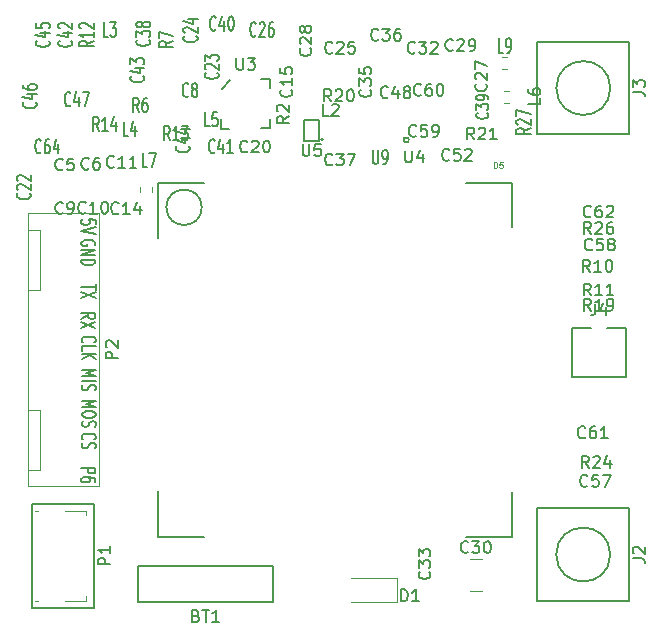
<source format=gbr>
G04 #@! TF.FileFunction,Legend,Top*
%FSLAX46Y46*%
G04 Gerber Fmt 4.6, Leading zero omitted, Abs format (unit mm)*
G04 Created by KiCad (PCBNEW 4.0.5+dfsg1-4) date Tue Aug 14 14:25:04 2018*
%MOMM*%
%LPD*%
G01*
G04 APERTURE LIST*
%ADD10C,0.100000*%
%ADD11C,0.180000*%
%ADD12C,0.120000*%
%ADD13C,0.150000*%
%ADD14C,0.200000*%
G04 APERTURE END LIST*
D10*
D11*
X54987143Y-119179524D02*
X56187143Y-119179524D01*
X56187143Y-119484286D01*
X56130000Y-119560477D01*
X56072857Y-119598572D01*
X55958571Y-119636667D01*
X55787143Y-119636667D01*
X55672857Y-119598572D01*
X55615714Y-119560477D01*
X55558571Y-119484286D01*
X55558571Y-119179524D01*
X56187143Y-120322381D02*
X56187143Y-120170000D01*
X56130000Y-120093810D01*
X56072857Y-120055715D01*
X55901429Y-119979524D01*
X55672857Y-119941429D01*
X55215714Y-119941429D01*
X55101429Y-119979524D01*
X55044286Y-120017619D01*
X54987143Y-120093810D01*
X54987143Y-120246191D01*
X55044286Y-120322381D01*
X55101429Y-120360477D01*
X55215714Y-120398572D01*
X55501429Y-120398572D01*
X55615714Y-120360477D01*
X55672857Y-120322381D01*
X55730000Y-120246191D01*
X55730000Y-120093810D01*
X55672857Y-120017619D01*
X55615714Y-119979524D01*
X55501429Y-119941429D01*
X55141429Y-116746667D02*
X55084286Y-116708572D01*
X55027143Y-116594286D01*
X55027143Y-116518096D01*
X55084286Y-116403810D01*
X55198571Y-116327619D01*
X55312857Y-116289524D01*
X55541429Y-116251429D01*
X55712857Y-116251429D01*
X55941429Y-116289524D01*
X56055714Y-116327619D01*
X56170000Y-116403810D01*
X56227143Y-116518096D01*
X56227143Y-116594286D01*
X56170000Y-116708572D01*
X56112857Y-116746667D01*
X55084286Y-117051429D02*
X55027143Y-117165715D01*
X55027143Y-117356191D01*
X55084286Y-117432381D01*
X55141429Y-117470477D01*
X55255714Y-117508572D01*
X55370000Y-117508572D01*
X55484286Y-117470477D01*
X55541429Y-117432381D01*
X55598571Y-117356191D01*
X55655714Y-117203810D01*
X55712857Y-117127619D01*
X55770000Y-117089524D01*
X55884286Y-117051429D01*
X55998571Y-117051429D01*
X56112857Y-117089524D01*
X56170000Y-117127619D01*
X56227143Y-117203810D01*
X56227143Y-117394286D01*
X56170000Y-117508572D01*
X55047143Y-113503333D02*
X56247143Y-113503333D01*
X55390000Y-113770000D01*
X56247143Y-114036667D01*
X55047143Y-114036667D01*
X56247143Y-114570000D02*
X56247143Y-114722381D01*
X56190000Y-114798572D01*
X56075714Y-114874762D01*
X55847143Y-114912857D01*
X55447143Y-114912857D01*
X55218571Y-114874762D01*
X55104286Y-114798572D01*
X55047143Y-114722381D01*
X55047143Y-114570000D01*
X55104286Y-114493810D01*
X55218571Y-114417619D01*
X55447143Y-114379524D01*
X55847143Y-114379524D01*
X56075714Y-114417619D01*
X56190000Y-114493810D01*
X56247143Y-114570000D01*
X55104286Y-115217619D02*
X55047143Y-115331905D01*
X55047143Y-115522381D01*
X55104286Y-115598571D01*
X55161429Y-115636667D01*
X55275714Y-115674762D01*
X55390000Y-115674762D01*
X55504286Y-115636667D01*
X55561429Y-115598571D01*
X55618571Y-115522381D01*
X55675714Y-115370000D01*
X55732857Y-115293809D01*
X55790000Y-115255714D01*
X55904286Y-115217619D01*
X56018571Y-115217619D01*
X56132857Y-115255714D01*
X56190000Y-115293809D01*
X56247143Y-115370000D01*
X56247143Y-115560476D01*
X56190000Y-115674762D01*
X55037143Y-110871905D02*
X56237143Y-110871905D01*
X55380000Y-111138572D01*
X56237143Y-111405239D01*
X55037143Y-111405239D01*
X55037143Y-111786191D02*
X56237143Y-111786191D01*
X55094286Y-112129048D02*
X55037143Y-112243334D01*
X55037143Y-112433810D01*
X55094286Y-112510000D01*
X55151429Y-112548096D01*
X55265714Y-112586191D01*
X55380000Y-112586191D01*
X55494286Y-112548096D01*
X55551429Y-112510000D01*
X55608571Y-112433810D01*
X55665714Y-112281429D01*
X55722857Y-112205238D01*
X55780000Y-112167143D01*
X55894286Y-112129048D01*
X56008571Y-112129048D01*
X56122857Y-112167143D01*
X56180000Y-112205238D01*
X56237143Y-112281429D01*
X56237143Y-112471905D01*
X56180000Y-112586191D01*
X55141429Y-108533810D02*
X55084286Y-108495715D01*
X55027143Y-108381429D01*
X55027143Y-108305239D01*
X55084286Y-108190953D01*
X55198571Y-108114762D01*
X55312857Y-108076667D01*
X55541429Y-108038572D01*
X55712857Y-108038572D01*
X55941429Y-108076667D01*
X56055714Y-108114762D01*
X56170000Y-108190953D01*
X56227143Y-108305239D01*
X56227143Y-108381429D01*
X56170000Y-108495715D01*
X56112857Y-108533810D01*
X55027143Y-109257620D02*
X55027143Y-108876667D01*
X56227143Y-108876667D01*
X55027143Y-109524286D02*
X56227143Y-109524286D01*
X55027143Y-109981429D02*
X55712857Y-109638572D01*
X56227143Y-109981429D02*
X55541429Y-109524286D01*
X54987143Y-106526667D02*
X55558571Y-106260000D01*
X54987143Y-106069524D02*
X56187143Y-106069524D01*
X56187143Y-106374286D01*
X56130000Y-106450477D01*
X56072857Y-106488572D01*
X55958571Y-106526667D01*
X55787143Y-106526667D01*
X55672857Y-106488572D01*
X55615714Y-106450477D01*
X55558571Y-106374286D01*
X55558571Y-106069524D01*
X56187143Y-106793334D02*
X54987143Y-107326667D01*
X56187143Y-107326667D02*
X54987143Y-106793334D01*
X56217143Y-103630476D02*
X56217143Y-104087619D01*
X55017143Y-103859048D02*
X56217143Y-103859048D01*
X56217143Y-104278096D02*
X55017143Y-104811429D01*
X56217143Y-104811429D02*
X55017143Y-104278096D01*
X56140000Y-100320477D02*
X56197143Y-100244286D01*
X56197143Y-100130001D01*
X56140000Y-100015715D01*
X56025714Y-99939524D01*
X55911429Y-99901429D01*
X55682857Y-99863334D01*
X55511429Y-99863334D01*
X55282857Y-99901429D01*
X55168571Y-99939524D01*
X55054286Y-100015715D01*
X54997143Y-100130001D01*
X54997143Y-100206191D01*
X55054286Y-100320477D01*
X55111429Y-100358572D01*
X55511429Y-100358572D01*
X55511429Y-100206191D01*
X54997143Y-100701429D02*
X56197143Y-100701429D01*
X54997143Y-101158572D01*
X56197143Y-101158572D01*
X54997143Y-101539524D02*
X56197143Y-101539524D01*
X56197143Y-101730000D01*
X56140000Y-101844286D01*
X56025714Y-101920477D01*
X55911429Y-101958572D01*
X55682857Y-101996667D01*
X55511429Y-101996667D01*
X55282857Y-101958572D01*
X55168571Y-101920477D01*
X55054286Y-101844286D01*
X54997143Y-101730000D01*
X54997143Y-101539524D01*
X56207143Y-98537620D02*
X56207143Y-98156667D01*
X55635714Y-98118572D01*
X55692857Y-98156667D01*
X55750000Y-98232858D01*
X55750000Y-98423334D01*
X55692857Y-98499524D01*
X55635714Y-98537620D01*
X55521429Y-98575715D01*
X55235714Y-98575715D01*
X55121429Y-98537620D01*
X55064286Y-98499524D01*
X55007143Y-98423334D01*
X55007143Y-98232858D01*
X55064286Y-98156667D01*
X55121429Y-98118572D01*
X56207143Y-98804286D02*
X55007143Y-99070953D01*
X56207143Y-99337620D01*
D12*
X87882633Y-126840000D02*
X88917367Y-126840000D01*
X87882633Y-129560000D02*
X88917367Y-129560000D01*
X81750000Y-130500000D02*
X81750000Y-128500000D01*
X81750000Y-128500000D02*
X77850000Y-128500000D01*
X81750000Y-130500000D02*
X77850000Y-130500000D01*
X91193875Y-88310000D02*
X90806125Y-88310000D01*
X91193875Y-87290000D02*
X90806125Y-87290000D01*
D13*
X82723607Y-91400000D02*
G75*
G03X82723607Y-91400000I-223607J0D01*
G01*
D12*
X59990000Y-95773875D02*
X59990000Y-95386125D01*
X61010000Y-95773875D02*
X61010000Y-95386125D01*
X90656125Y-84380000D02*
X91043875Y-84380000D01*
X90656125Y-85400000D02*
X91043875Y-85400000D01*
X56530000Y-97620000D02*
X50510000Y-97620000D01*
X50510000Y-97620000D02*
X50510000Y-120700000D01*
X50510000Y-120700000D02*
X56530000Y-120700000D01*
X56530000Y-120700000D02*
X56530000Y-97620000D01*
X50510000Y-99000000D02*
X51510000Y-99000000D01*
X51510000Y-99000000D02*
X51510000Y-104080000D01*
X51510000Y-104080000D02*
X50510000Y-104080000D01*
X50510000Y-119320000D02*
X51510000Y-119320000D01*
X51510000Y-119320000D02*
X51510000Y-114240000D01*
X51510000Y-114240000D02*
X50510000Y-114240000D01*
D14*
X99782542Y-126500000D02*
G75*
G03X99782542Y-126500000I-2282542J0D01*
G01*
X101400000Y-130400000D02*
X93600000Y-130400000D01*
X93600000Y-130400000D02*
X93600000Y-122600000D01*
X93600000Y-122600000D02*
X101400000Y-122600000D01*
X101400000Y-122600000D02*
X101400000Y-130400000D01*
X99782542Y-87000000D02*
G75*
G03X99782542Y-87000000I-2282542J0D01*
G01*
X101400000Y-90900000D02*
X93600000Y-90900000D01*
X93600000Y-90900000D02*
X93600000Y-83100000D01*
X93600000Y-83100000D02*
X101400000Y-83100000D01*
X101400000Y-83100000D02*
X101400000Y-90900000D01*
X50900000Y-122200000D02*
X50800000Y-122200000D01*
X50800000Y-122200000D02*
X50800000Y-131000000D01*
X56100000Y-122200000D02*
X50900000Y-122200000D01*
X50800000Y-131000000D02*
X51000000Y-131000000D01*
X56100000Y-122200000D02*
X56100000Y-131000000D01*
X56100000Y-131000000D02*
X51000000Y-131000000D01*
D12*
X55410000Y-130410000D02*
X55410000Y-130030000D01*
X51360000Y-130410000D02*
X51100000Y-130410000D01*
X55410000Y-130410000D02*
X53640000Y-130410000D01*
X55410000Y-122790000D02*
X55410000Y-123170000D01*
X53640000Y-122790000D02*
X55410000Y-122790000D01*
X51100000Y-122790000D02*
X51360000Y-122790000D01*
D14*
X59900000Y-127500000D02*
X71200000Y-127500000D01*
X71200000Y-127500000D02*
X71200000Y-130500000D01*
X71200000Y-130500000D02*
X59900000Y-130500000D01*
X59900000Y-130500000D02*
X59800000Y-130500000D01*
X59800000Y-130500000D02*
X59800000Y-127500000D01*
X59800000Y-127500000D02*
X59900000Y-127500000D01*
X101144100Y-111496200D02*
X101144100Y-107296200D01*
X101144100Y-107296200D02*
X99544100Y-107296200D01*
X101044100Y-111496200D02*
X101144100Y-111496200D01*
X101044100Y-111496200D02*
X96544100Y-111496200D01*
X96544100Y-111496200D02*
X96544100Y-107296200D01*
X96544100Y-107296200D02*
X98144100Y-107296200D01*
X91500000Y-125000000D02*
X91500000Y-121200000D01*
X91500000Y-95000000D02*
X91500000Y-98800000D01*
X61500000Y-95000000D02*
X61500000Y-99700000D01*
X61500000Y-125000000D02*
X61500000Y-121100000D01*
X61500000Y-125000000D02*
X65400000Y-125000000D01*
X91500000Y-125000000D02*
X87600000Y-125000000D01*
X91500000Y-95000000D02*
X87600000Y-95000000D01*
X61500000Y-95000000D02*
X65400000Y-95000000D01*
D13*
X65200000Y-97100000D02*
G75*
G03X65200000Y-97100000I-1500000J0D01*
G01*
D14*
X75470711Y-91350000D02*
G75*
G03X75470711Y-91350000I-70711J0D01*
G01*
X73850000Y-91500000D02*
X73850000Y-89750000D01*
X75150000Y-91500000D02*
X73850000Y-91500000D01*
X73850000Y-89750000D02*
X75150000Y-89750000D01*
X75150000Y-89750000D02*
X75150000Y-91500000D01*
X66800000Y-90450000D02*
X66800000Y-89650000D01*
X66800000Y-90450000D02*
X67550000Y-90450000D01*
X71000000Y-90400000D02*
X70250000Y-90400000D01*
X71000000Y-90400000D02*
X71000000Y-89650000D01*
X71000000Y-86200000D02*
X70200000Y-86200000D01*
X71000000Y-86200000D02*
X71000000Y-87000000D01*
X66900000Y-87050000D02*
X67600000Y-86350000D01*
D11*
X69785714Y-82528571D02*
X69747619Y-82585714D01*
X69633333Y-82642857D01*
X69557143Y-82642857D01*
X69442857Y-82585714D01*
X69366666Y-82471429D01*
X69328571Y-82357143D01*
X69290476Y-82128571D01*
X69290476Y-81957143D01*
X69328571Y-81728571D01*
X69366666Y-81614286D01*
X69442857Y-81500000D01*
X69557143Y-81442857D01*
X69633333Y-81442857D01*
X69747619Y-81500000D01*
X69785714Y-81557143D01*
X70090476Y-81557143D02*
X70128571Y-81500000D01*
X70204762Y-81442857D01*
X70395238Y-81442857D01*
X70471428Y-81500000D01*
X70509524Y-81557143D01*
X70547619Y-81671429D01*
X70547619Y-81785714D01*
X70509524Y-81957143D01*
X70052381Y-82642857D01*
X70547619Y-82642857D01*
X71233333Y-81442857D02*
X71080952Y-81442857D01*
X71004762Y-81500000D01*
X70966667Y-81557143D01*
X70890476Y-81728571D01*
X70852381Y-81957143D01*
X70852381Y-82414286D01*
X70890476Y-82528571D01*
X70928571Y-82585714D01*
X71004762Y-82642857D01*
X71157143Y-82642857D01*
X71233333Y-82585714D01*
X71271429Y-82528571D01*
X71309524Y-82414286D01*
X71309524Y-82128571D01*
X71271429Y-82014286D01*
X71233333Y-81957143D01*
X71157143Y-81900000D01*
X71004762Y-81900000D01*
X70928571Y-81957143D01*
X70890476Y-82014286D01*
X70852381Y-82128571D01*
D13*
X53433334Y-93887143D02*
X53385715Y-93934762D01*
X53242858Y-93982381D01*
X53147620Y-93982381D01*
X53004762Y-93934762D01*
X52909524Y-93839524D01*
X52861905Y-93744286D01*
X52814286Y-93553810D01*
X52814286Y-93410952D01*
X52861905Y-93220476D01*
X52909524Y-93125238D01*
X53004762Y-93030000D01*
X53147620Y-92982381D01*
X53242858Y-92982381D01*
X53385715Y-93030000D01*
X53433334Y-93077619D01*
X54338096Y-92982381D02*
X53861905Y-92982381D01*
X53814286Y-93458571D01*
X53861905Y-93410952D01*
X53957143Y-93363333D01*
X54195239Y-93363333D01*
X54290477Y-93410952D01*
X54338096Y-93458571D01*
X54385715Y-93553810D01*
X54385715Y-93791905D01*
X54338096Y-93887143D01*
X54290477Y-93934762D01*
X54195239Y-93982381D01*
X53957143Y-93982381D01*
X53861905Y-93934762D01*
X53814286Y-93887143D01*
X55633334Y-93807143D02*
X55585715Y-93854762D01*
X55442858Y-93902381D01*
X55347620Y-93902381D01*
X55204762Y-93854762D01*
X55109524Y-93759524D01*
X55061905Y-93664286D01*
X55014286Y-93473810D01*
X55014286Y-93330952D01*
X55061905Y-93140476D01*
X55109524Y-93045238D01*
X55204762Y-92950000D01*
X55347620Y-92902381D01*
X55442858Y-92902381D01*
X55585715Y-92950000D01*
X55633334Y-92997619D01*
X56490477Y-92902381D02*
X56300000Y-92902381D01*
X56204762Y-92950000D01*
X56157143Y-92997619D01*
X56061905Y-93140476D01*
X56014286Y-93330952D01*
X56014286Y-93711905D01*
X56061905Y-93807143D01*
X56109524Y-93854762D01*
X56204762Y-93902381D01*
X56395239Y-93902381D01*
X56490477Y-93854762D01*
X56538096Y-93807143D01*
X56585715Y-93711905D01*
X56585715Y-93473810D01*
X56538096Y-93378571D01*
X56490477Y-93330952D01*
X56395239Y-93283333D01*
X56204762Y-93283333D01*
X56109524Y-93330952D01*
X56061905Y-93378571D01*
X56014286Y-93473810D01*
D11*
X64066667Y-87658571D02*
X64028572Y-87715714D01*
X63914286Y-87772857D01*
X63838096Y-87772857D01*
X63723810Y-87715714D01*
X63647619Y-87601429D01*
X63609524Y-87487143D01*
X63571429Y-87258571D01*
X63571429Y-87087143D01*
X63609524Y-86858571D01*
X63647619Y-86744286D01*
X63723810Y-86630000D01*
X63838096Y-86572857D01*
X63914286Y-86572857D01*
X64028572Y-86630000D01*
X64066667Y-86687143D01*
X64523810Y-87087143D02*
X64447619Y-87030000D01*
X64409524Y-86972857D01*
X64371429Y-86858571D01*
X64371429Y-86801429D01*
X64409524Y-86687143D01*
X64447619Y-86630000D01*
X64523810Y-86572857D01*
X64676191Y-86572857D01*
X64752381Y-86630000D01*
X64790477Y-86687143D01*
X64828572Y-86801429D01*
X64828572Y-86858571D01*
X64790477Y-86972857D01*
X64752381Y-87030000D01*
X64676191Y-87087143D01*
X64523810Y-87087143D01*
X64447619Y-87144286D01*
X64409524Y-87201429D01*
X64371429Y-87315714D01*
X64371429Y-87544286D01*
X64409524Y-87658571D01*
X64447619Y-87715714D01*
X64523810Y-87772857D01*
X64676191Y-87772857D01*
X64752381Y-87715714D01*
X64790477Y-87658571D01*
X64828572Y-87544286D01*
X64828572Y-87315714D01*
X64790477Y-87201429D01*
X64752381Y-87144286D01*
X64676191Y-87087143D01*
D13*
X53433334Y-97557143D02*
X53385715Y-97604762D01*
X53242858Y-97652381D01*
X53147620Y-97652381D01*
X53004762Y-97604762D01*
X52909524Y-97509524D01*
X52861905Y-97414286D01*
X52814286Y-97223810D01*
X52814286Y-97080952D01*
X52861905Y-96890476D01*
X52909524Y-96795238D01*
X53004762Y-96700000D01*
X53147620Y-96652381D01*
X53242858Y-96652381D01*
X53385715Y-96700000D01*
X53433334Y-96747619D01*
X53909524Y-97652381D02*
X54100000Y-97652381D01*
X54195239Y-97604762D01*
X54242858Y-97557143D01*
X54338096Y-97414286D01*
X54385715Y-97223810D01*
X54385715Y-96842857D01*
X54338096Y-96747619D01*
X54290477Y-96700000D01*
X54195239Y-96652381D01*
X54004762Y-96652381D01*
X53909524Y-96700000D01*
X53861905Y-96747619D01*
X53814286Y-96842857D01*
X53814286Y-97080952D01*
X53861905Y-97176190D01*
X53909524Y-97223810D01*
X54004762Y-97271429D01*
X54195239Y-97271429D01*
X54290477Y-97223810D01*
X54338096Y-97176190D01*
X54385715Y-97080952D01*
X55367143Y-97537143D02*
X55319524Y-97584762D01*
X55176667Y-97632381D01*
X55081429Y-97632381D01*
X54938571Y-97584762D01*
X54843333Y-97489524D01*
X54795714Y-97394286D01*
X54748095Y-97203810D01*
X54748095Y-97060952D01*
X54795714Y-96870476D01*
X54843333Y-96775238D01*
X54938571Y-96680000D01*
X55081429Y-96632381D01*
X55176667Y-96632381D01*
X55319524Y-96680000D01*
X55367143Y-96727619D01*
X56319524Y-97632381D02*
X55748095Y-97632381D01*
X56033809Y-97632381D02*
X56033809Y-96632381D01*
X55938571Y-96775238D01*
X55843333Y-96870476D01*
X55748095Y-96918095D01*
X56938571Y-96632381D02*
X57033810Y-96632381D01*
X57129048Y-96680000D01*
X57176667Y-96727619D01*
X57224286Y-96822857D01*
X57271905Y-97013333D01*
X57271905Y-97251429D01*
X57224286Y-97441905D01*
X57176667Y-97537143D01*
X57129048Y-97584762D01*
X57033810Y-97632381D01*
X56938571Y-97632381D01*
X56843333Y-97584762D01*
X56795714Y-97537143D01*
X56748095Y-97441905D01*
X56700476Y-97251429D01*
X56700476Y-97013333D01*
X56748095Y-96822857D01*
X56795714Y-96727619D01*
X56843333Y-96680000D01*
X56938571Y-96632381D01*
X57757143Y-93647143D02*
X57709524Y-93694762D01*
X57566667Y-93742381D01*
X57471429Y-93742381D01*
X57328571Y-93694762D01*
X57233333Y-93599524D01*
X57185714Y-93504286D01*
X57138095Y-93313810D01*
X57138095Y-93170952D01*
X57185714Y-92980476D01*
X57233333Y-92885238D01*
X57328571Y-92790000D01*
X57471429Y-92742381D01*
X57566667Y-92742381D01*
X57709524Y-92790000D01*
X57757143Y-92837619D01*
X58709524Y-93742381D02*
X58138095Y-93742381D01*
X58423809Y-93742381D02*
X58423809Y-92742381D01*
X58328571Y-92885238D01*
X58233333Y-92980476D01*
X58138095Y-93028095D01*
X59661905Y-93742381D02*
X59090476Y-93742381D01*
X59376190Y-93742381D02*
X59376190Y-92742381D01*
X59280952Y-92885238D01*
X59185714Y-92980476D01*
X59090476Y-93028095D01*
X58157143Y-97577143D02*
X58109524Y-97624762D01*
X57966667Y-97672381D01*
X57871429Y-97672381D01*
X57728571Y-97624762D01*
X57633333Y-97529524D01*
X57585714Y-97434286D01*
X57538095Y-97243810D01*
X57538095Y-97100952D01*
X57585714Y-96910476D01*
X57633333Y-96815238D01*
X57728571Y-96720000D01*
X57871429Y-96672381D01*
X57966667Y-96672381D01*
X58109524Y-96720000D01*
X58157143Y-96767619D01*
X59109524Y-97672381D02*
X58538095Y-97672381D01*
X58823809Y-97672381D02*
X58823809Y-96672381D01*
X58728571Y-96815238D01*
X58633333Y-96910476D01*
X58538095Y-96958095D01*
X59966667Y-97005714D02*
X59966667Y-97672381D01*
X59728571Y-96624762D02*
X59490476Y-97339048D01*
X60109524Y-97339048D01*
X72757143Y-87142857D02*
X72804762Y-87190476D01*
X72852381Y-87333333D01*
X72852381Y-87428571D01*
X72804762Y-87571429D01*
X72709524Y-87666667D01*
X72614286Y-87714286D01*
X72423810Y-87761905D01*
X72280952Y-87761905D01*
X72090476Y-87714286D01*
X71995238Y-87666667D01*
X71900000Y-87571429D01*
X71852381Y-87428571D01*
X71852381Y-87333333D01*
X71900000Y-87190476D01*
X71947619Y-87142857D01*
X72852381Y-86190476D02*
X72852381Y-86761905D01*
X72852381Y-86476191D02*
X71852381Y-86476191D01*
X71995238Y-86571429D01*
X72090476Y-86666667D01*
X72138095Y-86761905D01*
X71852381Y-85285714D02*
X71852381Y-85761905D01*
X72328571Y-85809524D01*
X72280952Y-85761905D01*
X72233333Y-85666667D01*
X72233333Y-85428571D01*
X72280952Y-85333333D01*
X72328571Y-85285714D01*
X72423810Y-85238095D01*
X72661905Y-85238095D01*
X72757143Y-85285714D01*
X72804762Y-85333333D01*
X72852381Y-85428571D01*
X72852381Y-85666667D01*
X72804762Y-85761905D01*
X72757143Y-85809524D01*
X69057143Y-92357143D02*
X69009524Y-92404762D01*
X68866667Y-92452381D01*
X68771429Y-92452381D01*
X68628571Y-92404762D01*
X68533333Y-92309524D01*
X68485714Y-92214286D01*
X68438095Y-92023810D01*
X68438095Y-91880952D01*
X68485714Y-91690476D01*
X68533333Y-91595238D01*
X68628571Y-91500000D01*
X68771429Y-91452381D01*
X68866667Y-91452381D01*
X69009524Y-91500000D01*
X69057143Y-91547619D01*
X69438095Y-91547619D02*
X69485714Y-91500000D01*
X69580952Y-91452381D01*
X69819048Y-91452381D01*
X69914286Y-91500000D01*
X69961905Y-91547619D01*
X70009524Y-91642857D01*
X70009524Y-91738095D01*
X69961905Y-91880952D01*
X69390476Y-92452381D01*
X70009524Y-92452381D01*
X70628571Y-91452381D02*
X70723810Y-91452381D01*
X70819048Y-91500000D01*
X70866667Y-91547619D01*
X70914286Y-91642857D01*
X70961905Y-91833333D01*
X70961905Y-92071429D01*
X70914286Y-92261905D01*
X70866667Y-92357143D01*
X70819048Y-92404762D01*
X70723810Y-92452381D01*
X70628571Y-92452381D01*
X70533333Y-92404762D01*
X70485714Y-92357143D01*
X70438095Y-92261905D01*
X70390476Y-92071429D01*
X70390476Y-91833333D01*
X70438095Y-91642857D01*
X70485714Y-91547619D01*
X70533333Y-91500000D01*
X70628571Y-91452381D01*
D11*
X50628571Y-95914286D02*
X50685714Y-95952381D01*
X50742857Y-96066667D01*
X50742857Y-96142857D01*
X50685714Y-96257143D01*
X50571429Y-96333334D01*
X50457143Y-96371429D01*
X50228571Y-96409524D01*
X50057143Y-96409524D01*
X49828571Y-96371429D01*
X49714286Y-96333334D01*
X49600000Y-96257143D01*
X49542857Y-96142857D01*
X49542857Y-96066667D01*
X49600000Y-95952381D01*
X49657143Y-95914286D01*
X49657143Y-95609524D02*
X49600000Y-95571429D01*
X49542857Y-95495238D01*
X49542857Y-95304762D01*
X49600000Y-95228572D01*
X49657143Y-95190476D01*
X49771429Y-95152381D01*
X49885714Y-95152381D01*
X50057143Y-95190476D01*
X50742857Y-95647619D01*
X50742857Y-95152381D01*
X49657143Y-94847619D02*
X49600000Y-94809524D01*
X49542857Y-94733333D01*
X49542857Y-94542857D01*
X49600000Y-94466667D01*
X49657143Y-94428571D01*
X49771429Y-94390476D01*
X49885714Y-94390476D01*
X50057143Y-94428571D01*
X50742857Y-94885714D01*
X50742857Y-94390476D01*
X66528571Y-85714286D02*
X66585714Y-85752381D01*
X66642857Y-85866667D01*
X66642857Y-85942857D01*
X66585714Y-86057143D01*
X66471429Y-86133334D01*
X66357143Y-86171429D01*
X66128571Y-86209524D01*
X65957143Y-86209524D01*
X65728571Y-86171429D01*
X65614286Y-86133334D01*
X65500000Y-86057143D01*
X65442857Y-85942857D01*
X65442857Y-85866667D01*
X65500000Y-85752381D01*
X65557143Y-85714286D01*
X65557143Y-85409524D02*
X65500000Y-85371429D01*
X65442857Y-85295238D01*
X65442857Y-85104762D01*
X65500000Y-85028572D01*
X65557143Y-84990476D01*
X65671429Y-84952381D01*
X65785714Y-84952381D01*
X65957143Y-84990476D01*
X66642857Y-85447619D01*
X66642857Y-84952381D01*
X65442857Y-84685714D02*
X65442857Y-84190476D01*
X65900000Y-84457143D01*
X65900000Y-84342857D01*
X65957143Y-84266667D01*
X66014286Y-84228571D01*
X66128571Y-84190476D01*
X66414286Y-84190476D01*
X66528571Y-84228571D01*
X66585714Y-84266667D01*
X66642857Y-84342857D01*
X66642857Y-84571429D01*
X66585714Y-84647619D01*
X66528571Y-84685714D01*
X64728571Y-82614286D02*
X64785714Y-82652381D01*
X64842857Y-82766667D01*
X64842857Y-82842857D01*
X64785714Y-82957143D01*
X64671429Y-83033334D01*
X64557143Y-83071429D01*
X64328571Y-83109524D01*
X64157143Y-83109524D01*
X63928571Y-83071429D01*
X63814286Y-83033334D01*
X63700000Y-82957143D01*
X63642857Y-82842857D01*
X63642857Y-82766667D01*
X63700000Y-82652381D01*
X63757143Y-82614286D01*
X63757143Y-82309524D02*
X63700000Y-82271429D01*
X63642857Y-82195238D01*
X63642857Y-82004762D01*
X63700000Y-81928572D01*
X63757143Y-81890476D01*
X63871429Y-81852381D01*
X63985714Y-81852381D01*
X64157143Y-81890476D01*
X64842857Y-82347619D01*
X64842857Y-81852381D01*
X64042857Y-81166667D02*
X64842857Y-81166667D01*
X63585714Y-81357143D02*
X64442857Y-81547619D01*
X64442857Y-81052381D01*
D13*
X76257143Y-83987143D02*
X76209524Y-84034762D01*
X76066667Y-84082381D01*
X75971429Y-84082381D01*
X75828571Y-84034762D01*
X75733333Y-83939524D01*
X75685714Y-83844286D01*
X75638095Y-83653810D01*
X75638095Y-83510952D01*
X75685714Y-83320476D01*
X75733333Y-83225238D01*
X75828571Y-83130000D01*
X75971429Y-83082381D01*
X76066667Y-83082381D01*
X76209524Y-83130000D01*
X76257143Y-83177619D01*
X76638095Y-83177619D02*
X76685714Y-83130000D01*
X76780952Y-83082381D01*
X77019048Y-83082381D01*
X77114286Y-83130000D01*
X77161905Y-83177619D01*
X77209524Y-83272857D01*
X77209524Y-83368095D01*
X77161905Y-83510952D01*
X76590476Y-84082381D01*
X77209524Y-84082381D01*
X78114286Y-83082381D02*
X77638095Y-83082381D01*
X77590476Y-83558571D01*
X77638095Y-83510952D01*
X77733333Y-83463333D01*
X77971429Y-83463333D01*
X78066667Y-83510952D01*
X78114286Y-83558571D01*
X78161905Y-83653810D01*
X78161905Y-83891905D01*
X78114286Y-83987143D01*
X78066667Y-84034762D01*
X77971429Y-84082381D01*
X77733333Y-84082381D01*
X77638095Y-84034762D01*
X77590476Y-83987143D01*
X89257143Y-86642857D02*
X89304762Y-86690476D01*
X89352381Y-86833333D01*
X89352381Y-86928571D01*
X89304762Y-87071429D01*
X89209524Y-87166667D01*
X89114286Y-87214286D01*
X88923810Y-87261905D01*
X88780952Y-87261905D01*
X88590476Y-87214286D01*
X88495238Y-87166667D01*
X88400000Y-87071429D01*
X88352381Y-86928571D01*
X88352381Y-86833333D01*
X88400000Y-86690476D01*
X88447619Y-86642857D01*
X88447619Y-86261905D02*
X88400000Y-86214286D01*
X88352381Y-86119048D01*
X88352381Y-85880952D01*
X88400000Y-85785714D01*
X88447619Y-85738095D01*
X88542857Y-85690476D01*
X88638095Y-85690476D01*
X88780952Y-85738095D01*
X89352381Y-86309524D01*
X89352381Y-85690476D01*
X88352381Y-85357143D02*
X88352381Y-84690476D01*
X89352381Y-85119048D01*
X74387143Y-83642857D02*
X74434762Y-83690476D01*
X74482381Y-83833333D01*
X74482381Y-83928571D01*
X74434762Y-84071429D01*
X74339524Y-84166667D01*
X74244286Y-84214286D01*
X74053810Y-84261905D01*
X73910952Y-84261905D01*
X73720476Y-84214286D01*
X73625238Y-84166667D01*
X73530000Y-84071429D01*
X73482381Y-83928571D01*
X73482381Y-83833333D01*
X73530000Y-83690476D01*
X73577619Y-83642857D01*
X73577619Y-83261905D02*
X73530000Y-83214286D01*
X73482381Y-83119048D01*
X73482381Y-82880952D01*
X73530000Y-82785714D01*
X73577619Y-82738095D01*
X73672857Y-82690476D01*
X73768095Y-82690476D01*
X73910952Y-82738095D01*
X74482381Y-83309524D01*
X74482381Y-82690476D01*
X73910952Y-82119048D02*
X73863333Y-82214286D01*
X73815714Y-82261905D01*
X73720476Y-82309524D01*
X73672857Y-82309524D01*
X73577619Y-82261905D01*
X73530000Y-82214286D01*
X73482381Y-82119048D01*
X73482381Y-81928571D01*
X73530000Y-81833333D01*
X73577619Y-81785714D01*
X73672857Y-81738095D01*
X73720476Y-81738095D01*
X73815714Y-81785714D01*
X73863333Y-81833333D01*
X73910952Y-81928571D01*
X73910952Y-82119048D01*
X73958571Y-82214286D01*
X74006190Y-82261905D01*
X74101429Y-82309524D01*
X74291905Y-82309524D01*
X74387143Y-82261905D01*
X74434762Y-82214286D01*
X74482381Y-82119048D01*
X74482381Y-81928571D01*
X74434762Y-81833333D01*
X74387143Y-81785714D01*
X74291905Y-81738095D01*
X74101429Y-81738095D01*
X74006190Y-81785714D01*
X73958571Y-81833333D01*
X73910952Y-81928571D01*
X86457143Y-83757143D02*
X86409524Y-83804762D01*
X86266667Y-83852381D01*
X86171429Y-83852381D01*
X86028571Y-83804762D01*
X85933333Y-83709524D01*
X85885714Y-83614286D01*
X85838095Y-83423810D01*
X85838095Y-83280952D01*
X85885714Y-83090476D01*
X85933333Y-82995238D01*
X86028571Y-82900000D01*
X86171429Y-82852381D01*
X86266667Y-82852381D01*
X86409524Y-82900000D01*
X86457143Y-82947619D01*
X86838095Y-82947619D02*
X86885714Y-82900000D01*
X86980952Y-82852381D01*
X87219048Y-82852381D01*
X87314286Y-82900000D01*
X87361905Y-82947619D01*
X87409524Y-83042857D01*
X87409524Y-83138095D01*
X87361905Y-83280952D01*
X86790476Y-83852381D01*
X87409524Y-83852381D01*
X87885714Y-83852381D02*
X88076190Y-83852381D01*
X88171429Y-83804762D01*
X88219048Y-83757143D01*
X88314286Y-83614286D01*
X88361905Y-83423810D01*
X88361905Y-83042857D01*
X88314286Y-82947619D01*
X88266667Y-82900000D01*
X88171429Y-82852381D01*
X87980952Y-82852381D01*
X87885714Y-82900000D01*
X87838095Y-82947619D01*
X87790476Y-83042857D01*
X87790476Y-83280952D01*
X87838095Y-83376190D01*
X87885714Y-83423810D01*
X87980952Y-83471429D01*
X88171429Y-83471429D01*
X88266667Y-83423810D01*
X88314286Y-83376190D01*
X88361905Y-83280952D01*
X87757143Y-126277143D02*
X87709524Y-126324762D01*
X87566667Y-126372381D01*
X87471429Y-126372381D01*
X87328571Y-126324762D01*
X87233333Y-126229524D01*
X87185714Y-126134286D01*
X87138095Y-125943810D01*
X87138095Y-125800952D01*
X87185714Y-125610476D01*
X87233333Y-125515238D01*
X87328571Y-125420000D01*
X87471429Y-125372381D01*
X87566667Y-125372381D01*
X87709524Y-125420000D01*
X87757143Y-125467619D01*
X88090476Y-125372381D02*
X88709524Y-125372381D01*
X88376190Y-125753333D01*
X88519048Y-125753333D01*
X88614286Y-125800952D01*
X88661905Y-125848571D01*
X88709524Y-125943810D01*
X88709524Y-126181905D01*
X88661905Y-126277143D01*
X88614286Y-126324762D01*
X88519048Y-126372381D01*
X88233333Y-126372381D01*
X88138095Y-126324762D01*
X88090476Y-126277143D01*
X89328571Y-125372381D02*
X89423810Y-125372381D01*
X89519048Y-125420000D01*
X89566667Y-125467619D01*
X89614286Y-125562857D01*
X89661905Y-125753333D01*
X89661905Y-125991429D01*
X89614286Y-126181905D01*
X89566667Y-126277143D01*
X89519048Y-126324762D01*
X89423810Y-126372381D01*
X89328571Y-126372381D01*
X89233333Y-126324762D01*
X89185714Y-126277143D01*
X89138095Y-126181905D01*
X89090476Y-125991429D01*
X89090476Y-125753333D01*
X89138095Y-125562857D01*
X89185714Y-125467619D01*
X89233333Y-125420000D01*
X89328571Y-125372381D01*
X83257143Y-83987143D02*
X83209524Y-84034762D01*
X83066667Y-84082381D01*
X82971429Y-84082381D01*
X82828571Y-84034762D01*
X82733333Y-83939524D01*
X82685714Y-83844286D01*
X82638095Y-83653810D01*
X82638095Y-83510952D01*
X82685714Y-83320476D01*
X82733333Y-83225238D01*
X82828571Y-83130000D01*
X82971429Y-83082381D01*
X83066667Y-83082381D01*
X83209524Y-83130000D01*
X83257143Y-83177619D01*
X83590476Y-83082381D02*
X84209524Y-83082381D01*
X83876190Y-83463333D01*
X84019048Y-83463333D01*
X84114286Y-83510952D01*
X84161905Y-83558571D01*
X84209524Y-83653810D01*
X84209524Y-83891905D01*
X84161905Y-83987143D01*
X84114286Y-84034762D01*
X84019048Y-84082381D01*
X83733333Y-84082381D01*
X83638095Y-84034762D01*
X83590476Y-83987143D01*
X84590476Y-83177619D02*
X84638095Y-83130000D01*
X84733333Y-83082381D01*
X84971429Y-83082381D01*
X85066667Y-83130000D01*
X85114286Y-83177619D01*
X85161905Y-83272857D01*
X85161905Y-83368095D01*
X85114286Y-83510952D01*
X84542857Y-84082381D01*
X85161905Y-84082381D01*
X84457143Y-127942857D02*
X84504762Y-127990476D01*
X84552381Y-128133333D01*
X84552381Y-128228571D01*
X84504762Y-128371429D01*
X84409524Y-128466667D01*
X84314286Y-128514286D01*
X84123810Y-128561905D01*
X83980952Y-128561905D01*
X83790476Y-128514286D01*
X83695238Y-128466667D01*
X83600000Y-128371429D01*
X83552381Y-128228571D01*
X83552381Y-128133333D01*
X83600000Y-127990476D01*
X83647619Y-127942857D01*
X83552381Y-127609524D02*
X83552381Y-126990476D01*
X83933333Y-127323810D01*
X83933333Y-127180952D01*
X83980952Y-127085714D01*
X84028571Y-127038095D01*
X84123810Y-126990476D01*
X84361905Y-126990476D01*
X84457143Y-127038095D01*
X84504762Y-127085714D01*
X84552381Y-127180952D01*
X84552381Y-127466667D01*
X84504762Y-127561905D01*
X84457143Y-127609524D01*
X83552381Y-126657143D02*
X83552381Y-126038095D01*
X83933333Y-126371429D01*
X83933333Y-126228571D01*
X83980952Y-126133333D01*
X84028571Y-126085714D01*
X84123810Y-126038095D01*
X84361905Y-126038095D01*
X84457143Y-126085714D01*
X84504762Y-126133333D01*
X84552381Y-126228571D01*
X84552381Y-126514286D01*
X84504762Y-126609524D01*
X84457143Y-126657143D01*
X79457143Y-87142857D02*
X79504762Y-87190476D01*
X79552381Y-87333333D01*
X79552381Y-87428571D01*
X79504762Y-87571429D01*
X79409524Y-87666667D01*
X79314286Y-87714286D01*
X79123810Y-87761905D01*
X78980952Y-87761905D01*
X78790476Y-87714286D01*
X78695238Y-87666667D01*
X78600000Y-87571429D01*
X78552381Y-87428571D01*
X78552381Y-87333333D01*
X78600000Y-87190476D01*
X78647619Y-87142857D01*
X78552381Y-86809524D02*
X78552381Y-86190476D01*
X78933333Y-86523810D01*
X78933333Y-86380952D01*
X78980952Y-86285714D01*
X79028571Y-86238095D01*
X79123810Y-86190476D01*
X79361905Y-86190476D01*
X79457143Y-86238095D01*
X79504762Y-86285714D01*
X79552381Y-86380952D01*
X79552381Y-86666667D01*
X79504762Y-86761905D01*
X79457143Y-86809524D01*
X78552381Y-85285714D02*
X78552381Y-85761905D01*
X79028571Y-85809524D01*
X78980952Y-85761905D01*
X78933333Y-85666667D01*
X78933333Y-85428571D01*
X78980952Y-85333333D01*
X79028571Y-85285714D01*
X79123810Y-85238095D01*
X79361905Y-85238095D01*
X79457143Y-85285714D01*
X79504762Y-85333333D01*
X79552381Y-85428571D01*
X79552381Y-85666667D01*
X79504762Y-85761905D01*
X79457143Y-85809524D01*
X80157143Y-82887143D02*
X80109524Y-82934762D01*
X79966667Y-82982381D01*
X79871429Y-82982381D01*
X79728571Y-82934762D01*
X79633333Y-82839524D01*
X79585714Y-82744286D01*
X79538095Y-82553810D01*
X79538095Y-82410952D01*
X79585714Y-82220476D01*
X79633333Y-82125238D01*
X79728571Y-82030000D01*
X79871429Y-81982381D01*
X79966667Y-81982381D01*
X80109524Y-82030000D01*
X80157143Y-82077619D01*
X80490476Y-81982381D02*
X81109524Y-81982381D01*
X80776190Y-82363333D01*
X80919048Y-82363333D01*
X81014286Y-82410952D01*
X81061905Y-82458571D01*
X81109524Y-82553810D01*
X81109524Y-82791905D01*
X81061905Y-82887143D01*
X81014286Y-82934762D01*
X80919048Y-82982381D01*
X80633333Y-82982381D01*
X80538095Y-82934762D01*
X80490476Y-82887143D01*
X81966667Y-81982381D02*
X81776190Y-81982381D01*
X81680952Y-82030000D01*
X81633333Y-82077619D01*
X81538095Y-82220476D01*
X81490476Y-82410952D01*
X81490476Y-82791905D01*
X81538095Y-82887143D01*
X81585714Y-82934762D01*
X81680952Y-82982381D01*
X81871429Y-82982381D01*
X81966667Y-82934762D01*
X82014286Y-82887143D01*
X82061905Y-82791905D01*
X82061905Y-82553810D01*
X82014286Y-82458571D01*
X81966667Y-82410952D01*
X81871429Y-82363333D01*
X81680952Y-82363333D01*
X81585714Y-82410952D01*
X81538095Y-82458571D01*
X81490476Y-82553810D01*
X76257143Y-93457143D02*
X76209524Y-93504762D01*
X76066667Y-93552381D01*
X75971429Y-93552381D01*
X75828571Y-93504762D01*
X75733333Y-93409524D01*
X75685714Y-93314286D01*
X75638095Y-93123810D01*
X75638095Y-92980952D01*
X75685714Y-92790476D01*
X75733333Y-92695238D01*
X75828571Y-92600000D01*
X75971429Y-92552381D01*
X76066667Y-92552381D01*
X76209524Y-92600000D01*
X76257143Y-92647619D01*
X76590476Y-92552381D02*
X77209524Y-92552381D01*
X76876190Y-92933333D01*
X77019048Y-92933333D01*
X77114286Y-92980952D01*
X77161905Y-93028571D01*
X77209524Y-93123810D01*
X77209524Y-93361905D01*
X77161905Y-93457143D01*
X77114286Y-93504762D01*
X77019048Y-93552381D01*
X76733333Y-93552381D01*
X76638095Y-93504762D01*
X76590476Y-93457143D01*
X77542857Y-92552381D02*
X78209524Y-92552381D01*
X77780952Y-93552381D01*
D11*
X60728571Y-82914286D02*
X60785714Y-82952381D01*
X60842857Y-83066667D01*
X60842857Y-83142857D01*
X60785714Y-83257143D01*
X60671429Y-83333334D01*
X60557143Y-83371429D01*
X60328571Y-83409524D01*
X60157143Y-83409524D01*
X59928571Y-83371429D01*
X59814286Y-83333334D01*
X59700000Y-83257143D01*
X59642857Y-83142857D01*
X59642857Y-83066667D01*
X59700000Y-82952381D01*
X59757143Y-82914286D01*
X59642857Y-82647619D02*
X59642857Y-82152381D01*
X60100000Y-82419048D01*
X60100000Y-82304762D01*
X60157143Y-82228572D01*
X60214286Y-82190476D01*
X60328571Y-82152381D01*
X60614286Y-82152381D01*
X60728571Y-82190476D01*
X60785714Y-82228572D01*
X60842857Y-82304762D01*
X60842857Y-82533334D01*
X60785714Y-82609524D01*
X60728571Y-82647619D01*
X60157143Y-81695238D02*
X60100000Y-81771429D01*
X60042857Y-81809524D01*
X59928571Y-81847619D01*
X59871429Y-81847619D01*
X59757143Y-81809524D01*
X59700000Y-81771429D01*
X59642857Y-81695238D01*
X59642857Y-81542857D01*
X59700000Y-81466667D01*
X59757143Y-81428571D01*
X59871429Y-81390476D01*
X59928571Y-81390476D01*
X60042857Y-81428571D01*
X60100000Y-81466667D01*
X60157143Y-81542857D01*
X60157143Y-81695238D01*
X60214286Y-81771429D01*
X60271429Y-81809524D01*
X60385714Y-81847619D01*
X60614286Y-81847619D01*
X60728571Y-81809524D01*
X60785714Y-81771429D01*
X60842857Y-81695238D01*
X60842857Y-81542857D01*
X60785714Y-81466667D01*
X60728571Y-81428571D01*
X60614286Y-81390476D01*
X60385714Y-81390476D01*
X60271429Y-81428571D01*
X60214286Y-81466667D01*
X60157143Y-81542857D01*
D13*
X89357143Y-89114286D02*
X89404762Y-89152381D01*
X89452381Y-89266667D01*
X89452381Y-89342857D01*
X89404762Y-89457143D01*
X89309524Y-89533334D01*
X89214286Y-89571429D01*
X89023810Y-89609524D01*
X88880952Y-89609524D01*
X88690476Y-89571429D01*
X88595238Y-89533334D01*
X88500000Y-89457143D01*
X88452381Y-89342857D01*
X88452381Y-89266667D01*
X88500000Y-89152381D01*
X88547619Y-89114286D01*
X88452381Y-88847619D02*
X88452381Y-88352381D01*
X88833333Y-88619048D01*
X88833333Y-88504762D01*
X88880952Y-88428572D01*
X88928571Y-88390476D01*
X89023810Y-88352381D01*
X89261905Y-88352381D01*
X89357143Y-88390476D01*
X89404762Y-88428572D01*
X89452381Y-88504762D01*
X89452381Y-88733334D01*
X89404762Y-88809524D01*
X89357143Y-88847619D01*
X89452381Y-87971429D02*
X89452381Y-87819048D01*
X89404762Y-87742857D01*
X89357143Y-87704762D01*
X89214286Y-87628571D01*
X89023810Y-87590476D01*
X88642857Y-87590476D01*
X88547619Y-87628571D01*
X88500000Y-87666667D01*
X88452381Y-87742857D01*
X88452381Y-87895238D01*
X88500000Y-87971429D01*
X88547619Y-88009524D01*
X88642857Y-88047619D01*
X88880952Y-88047619D01*
X88976190Y-88009524D01*
X89023810Y-87971429D01*
X89071429Y-87895238D01*
X89071429Y-87742857D01*
X89023810Y-87666667D01*
X88976190Y-87628571D01*
X88880952Y-87590476D01*
D11*
X66385714Y-82028571D02*
X66347619Y-82085714D01*
X66233333Y-82142857D01*
X66157143Y-82142857D01*
X66042857Y-82085714D01*
X65966666Y-81971429D01*
X65928571Y-81857143D01*
X65890476Y-81628571D01*
X65890476Y-81457143D01*
X65928571Y-81228571D01*
X65966666Y-81114286D01*
X66042857Y-81000000D01*
X66157143Y-80942857D01*
X66233333Y-80942857D01*
X66347619Y-81000000D01*
X66385714Y-81057143D01*
X67071428Y-81342857D02*
X67071428Y-82142857D01*
X66880952Y-80885714D02*
X66690476Y-81742857D01*
X67185714Y-81742857D01*
X67642857Y-80942857D02*
X67719048Y-80942857D01*
X67795238Y-81000000D01*
X67833333Y-81057143D01*
X67871429Y-81171429D01*
X67909524Y-81400000D01*
X67909524Y-81685714D01*
X67871429Y-81914286D01*
X67833333Y-82028571D01*
X67795238Y-82085714D01*
X67719048Y-82142857D01*
X67642857Y-82142857D01*
X67566667Y-82085714D01*
X67528571Y-82028571D01*
X67490476Y-81914286D01*
X67452381Y-81685714D01*
X67452381Y-81400000D01*
X67490476Y-81171429D01*
X67528571Y-81057143D01*
X67566667Y-81000000D01*
X67642857Y-80942857D01*
X66285714Y-92428571D02*
X66247619Y-92485714D01*
X66133333Y-92542857D01*
X66057143Y-92542857D01*
X65942857Y-92485714D01*
X65866666Y-92371429D01*
X65828571Y-92257143D01*
X65790476Y-92028571D01*
X65790476Y-91857143D01*
X65828571Y-91628571D01*
X65866666Y-91514286D01*
X65942857Y-91400000D01*
X66057143Y-91342857D01*
X66133333Y-91342857D01*
X66247619Y-91400000D01*
X66285714Y-91457143D01*
X66971428Y-91742857D02*
X66971428Y-92542857D01*
X66780952Y-91285714D02*
X66590476Y-92142857D01*
X67085714Y-92142857D01*
X67809524Y-92542857D02*
X67352381Y-92542857D01*
X67580952Y-92542857D02*
X67580952Y-91342857D01*
X67504762Y-91514286D01*
X67428571Y-91628571D01*
X67352381Y-91685714D01*
X54128571Y-83014286D02*
X54185714Y-83052381D01*
X54242857Y-83166667D01*
X54242857Y-83242857D01*
X54185714Y-83357143D01*
X54071429Y-83433334D01*
X53957143Y-83471429D01*
X53728571Y-83509524D01*
X53557143Y-83509524D01*
X53328571Y-83471429D01*
X53214286Y-83433334D01*
X53100000Y-83357143D01*
X53042857Y-83242857D01*
X53042857Y-83166667D01*
X53100000Y-83052381D01*
X53157143Y-83014286D01*
X53442857Y-82328572D02*
X54242857Y-82328572D01*
X52985714Y-82519048D02*
X53842857Y-82709524D01*
X53842857Y-82214286D01*
X53157143Y-81947619D02*
X53100000Y-81909524D01*
X53042857Y-81833333D01*
X53042857Y-81642857D01*
X53100000Y-81566667D01*
X53157143Y-81528571D01*
X53271429Y-81490476D01*
X53385714Y-81490476D01*
X53557143Y-81528571D01*
X54242857Y-81985714D01*
X54242857Y-81490476D01*
X60228571Y-86014286D02*
X60285714Y-86052381D01*
X60342857Y-86166667D01*
X60342857Y-86242857D01*
X60285714Y-86357143D01*
X60171429Y-86433334D01*
X60057143Y-86471429D01*
X59828571Y-86509524D01*
X59657143Y-86509524D01*
X59428571Y-86471429D01*
X59314286Y-86433334D01*
X59200000Y-86357143D01*
X59142857Y-86242857D01*
X59142857Y-86166667D01*
X59200000Y-86052381D01*
X59257143Y-86014286D01*
X59542857Y-85328572D02*
X60342857Y-85328572D01*
X59085714Y-85519048D02*
X59942857Y-85709524D01*
X59942857Y-85214286D01*
X59142857Y-84985714D02*
X59142857Y-84490476D01*
X59600000Y-84757143D01*
X59600000Y-84642857D01*
X59657143Y-84566667D01*
X59714286Y-84528571D01*
X59828571Y-84490476D01*
X60114286Y-84490476D01*
X60228571Y-84528571D01*
X60285714Y-84566667D01*
X60342857Y-84642857D01*
X60342857Y-84871429D01*
X60285714Y-84947619D01*
X60228571Y-84985714D01*
X64088571Y-91924286D02*
X64145714Y-91962381D01*
X64202857Y-92076667D01*
X64202857Y-92152857D01*
X64145714Y-92267143D01*
X64031429Y-92343334D01*
X63917143Y-92381429D01*
X63688571Y-92419524D01*
X63517143Y-92419524D01*
X63288571Y-92381429D01*
X63174286Y-92343334D01*
X63060000Y-92267143D01*
X63002857Y-92152857D01*
X63002857Y-92076667D01*
X63060000Y-91962381D01*
X63117143Y-91924286D01*
X63402857Y-91238572D02*
X64202857Y-91238572D01*
X62945714Y-91429048D02*
X63802857Y-91619524D01*
X63802857Y-91124286D01*
X63402857Y-90476667D02*
X64202857Y-90476667D01*
X62945714Y-90667143D02*
X63802857Y-90857619D01*
X63802857Y-90362381D01*
X52228571Y-83014286D02*
X52285714Y-83052381D01*
X52342857Y-83166667D01*
X52342857Y-83242857D01*
X52285714Y-83357143D01*
X52171429Y-83433334D01*
X52057143Y-83471429D01*
X51828571Y-83509524D01*
X51657143Y-83509524D01*
X51428571Y-83471429D01*
X51314286Y-83433334D01*
X51200000Y-83357143D01*
X51142857Y-83242857D01*
X51142857Y-83166667D01*
X51200000Y-83052381D01*
X51257143Y-83014286D01*
X51542857Y-82328572D02*
X52342857Y-82328572D01*
X51085714Y-82519048D02*
X51942857Y-82709524D01*
X51942857Y-82214286D01*
X51142857Y-81528571D02*
X51142857Y-81909524D01*
X51714286Y-81947619D01*
X51657143Y-81909524D01*
X51600000Y-81833333D01*
X51600000Y-81642857D01*
X51657143Y-81566667D01*
X51714286Y-81528571D01*
X51828571Y-81490476D01*
X52114286Y-81490476D01*
X52228571Y-81528571D01*
X52285714Y-81566667D01*
X52342857Y-81642857D01*
X52342857Y-81833333D01*
X52285714Y-81909524D01*
X52228571Y-81947619D01*
X51128571Y-88214286D02*
X51185714Y-88252381D01*
X51242857Y-88366667D01*
X51242857Y-88442857D01*
X51185714Y-88557143D01*
X51071429Y-88633334D01*
X50957143Y-88671429D01*
X50728571Y-88709524D01*
X50557143Y-88709524D01*
X50328571Y-88671429D01*
X50214286Y-88633334D01*
X50100000Y-88557143D01*
X50042857Y-88442857D01*
X50042857Y-88366667D01*
X50100000Y-88252381D01*
X50157143Y-88214286D01*
X50442857Y-87528572D02*
X51242857Y-87528572D01*
X49985714Y-87719048D02*
X50842857Y-87909524D01*
X50842857Y-87414286D01*
X50042857Y-86766667D02*
X50042857Y-86919048D01*
X50100000Y-86995238D01*
X50157143Y-87033333D01*
X50328571Y-87109524D01*
X50557143Y-87147619D01*
X51014286Y-87147619D01*
X51128571Y-87109524D01*
X51185714Y-87071429D01*
X51242857Y-86995238D01*
X51242857Y-86842857D01*
X51185714Y-86766667D01*
X51128571Y-86728571D01*
X51014286Y-86690476D01*
X50728571Y-86690476D01*
X50614286Y-86728571D01*
X50557143Y-86766667D01*
X50500000Y-86842857D01*
X50500000Y-86995238D01*
X50557143Y-87071429D01*
X50614286Y-87109524D01*
X50728571Y-87147619D01*
X54085714Y-88428571D02*
X54047619Y-88485714D01*
X53933333Y-88542857D01*
X53857143Y-88542857D01*
X53742857Y-88485714D01*
X53666666Y-88371429D01*
X53628571Y-88257143D01*
X53590476Y-88028571D01*
X53590476Y-87857143D01*
X53628571Y-87628571D01*
X53666666Y-87514286D01*
X53742857Y-87400000D01*
X53857143Y-87342857D01*
X53933333Y-87342857D01*
X54047619Y-87400000D01*
X54085714Y-87457143D01*
X54771428Y-87742857D02*
X54771428Y-88542857D01*
X54580952Y-87285714D02*
X54390476Y-88142857D01*
X54885714Y-88142857D01*
X55114286Y-87342857D02*
X55647619Y-87342857D01*
X55304762Y-88542857D01*
D13*
X80957143Y-87757143D02*
X80909524Y-87804762D01*
X80766667Y-87852381D01*
X80671429Y-87852381D01*
X80528571Y-87804762D01*
X80433333Y-87709524D01*
X80385714Y-87614286D01*
X80338095Y-87423810D01*
X80338095Y-87280952D01*
X80385714Y-87090476D01*
X80433333Y-86995238D01*
X80528571Y-86900000D01*
X80671429Y-86852381D01*
X80766667Y-86852381D01*
X80909524Y-86900000D01*
X80957143Y-86947619D01*
X81814286Y-87185714D02*
X81814286Y-87852381D01*
X81576190Y-86804762D02*
X81338095Y-87519048D01*
X81957143Y-87519048D01*
X82480952Y-87280952D02*
X82385714Y-87233333D01*
X82338095Y-87185714D01*
X82290476Y-87090476D01*
X82290476Y-87042857D01*
X82338095Y-86947619D01*
X82385714Y-86900000D01*
X82480952Y-86852381D01*
X82671429Y-86852381D01*
X82766667Y-86900000D01*
X82814286Y-86947619D01*
X82861905Y-87042857D01*
X82861905Y-87090476D01*
X82814286Y-87185714D01*
X82766667Y-87233333D01*
X82671429Y-87280952D01*
X82480952Y-87280952D01*
X82385714Y-87328571D01*
X82338095Y-87376190D01*
X82290476Y-87471429D01*
X82290476Y-87661905D01*
X82338095Y-87757143D01*
X82385714Y-87804762D01*
X82480952Y-87852381D01*
X82671429Y-87852381D01*
X82766667Y-87804762D01*
X82814286Y-87757143D01*
X82861905Y-87661905D01*
X82861905Y-87471429D01*
X82814286Y-87376190D01*
X82766667Y-87328571D01*
X82671429Y-87280952D01*
X86157143Y-93057143D02*
X86109524Y-93104762D01*
X85966667Y-93152381D01*
X85871429Y-93152381D01*
X85728571Y-93104762D01*
X85633333Y-93009524D01*
X85585714Y-92914286D01*
X85538095Y-92723810D01*
X85538095Y-92580952D01*
X85585714Y-92390476D01*
X85633333Y-92295238D01*
X85728571Y-92200000D01*
X85871429Y-92152381D01*
X85966667Y-92152381D01*
X86109524Y-92200000D01*
X86157143Y-92247619D01*
X87061905Y-92152381D02*
X86585714Y-92152381D01*
X86538095Y-92628571D01*
X86585714Y-92580952D01*
X86680952Y-92533333D01*
X86919048Y-92533333D01*
X87014286Y-92580952D01*
X87061905Y-92628571D01*
X87109524Y-92723810D01*
X87109524Y-92961905D01*
X87061905Y-93057143D01*
X87014286Y-93104762D01*
X86919048Y-93152381D01*
X86680952Y-93152381D01*
X86585714Y-93104762D01*
X86538095Y-93057143D01*
X87490476Y-92247619D02*
X87538095Y-92200000D01*
X87633333Y-92152381D01*
X87871429Y-92152381D01*
X87966667Y-92200000D01*
X88014286Y-92247619D01*
X88061905Y-92342857D01*
X88061905Y-92438095D01*
X88014286Y-92580952D01*
X87442857Y-93152381D01*
X88061905Y-93152381D01*
X97857143Y-120657143D02*
X97809524Y-120704762D01*
X97666667Y-120752381D01*
X97571429Y-120752381D01*
X97428571Y-120704762D01*
X97333333Y-120609524D01*
X97285714Y-120514286D01*
X97238095Y-120323810D01*
X97238095Y-120180952D01*
X97285714Y-119990476D01*
X97333333Y-119895238D01*
X97428571Y-119800000D01*
X97571429Y-119752381D01*
X97666667Y-119752381D01*
X97809524Y-119800000D01*
X97857143Y-119847619D01*
X98761905Y-119752381D02*
X98285714Y-119752381D01*
X98238095Y-120228571D01*
X98285714Y-120180952D01*
X98380952Y-120133333D01*
X98619048Y-120133333D01*
X98714286Y-120180952D01*
X98761905Y-120228571D01*
X98809524Y-120323810D01*
X98809524Y-120561905D01*
X98761905Y-120657143D01*
X98714286Y-120704762D01*
X98619048Y-120752381D01*
X98380952Y-120752381D01*
X98285714Y-120704762D01*
X98238095Y-120657143D01*
X99142857Y-119752381D02*
X99809524Y-119752381D01*
X99380952Y-120752381D01*
X98257143Y-100657143D02*
X98209524Y-100704762D01*
X98066667Y-100752381D01*
X97971429Y-100752381D01*
X97828571Y-100704762D01*
X97733333Y-100609524D01*
X97685714Y-100514286D01*
X97638095Y-100323810D01*
X97638095Y-100180952D01*
X97685714Y-99990476D01*
X97733333Y-99895238D01*
X97828571Y-99800000D01*
X97971429Y-99752381D01*
X98066667Y-99752381D01*
X98209524Y-99800000D01*
X98257143Y-99847619D01*
X99161905Y-99752381D02*
X98685714Y-99752381D01*
X98638095Y-100228571D01*
X98685714Y-100180952D01*
X98780952Y-100133333D01*
X99019048Y-100133333D01*
X99114286Y-100180952D01*
X99161905Y-100228571D01*
X99209524Y-100323810D01*
X99209524Y-100561905D01*
X99161905Y-100657143D01*
X99114286Y-100704762D01*
X99019048Y-100752381D01*
X98780952Y-100752381D01*
X98685714Y-100704762D01*
X98638095Y-100657143D01*
X99780952Y-100180952D02*
X99685714Y-100133333D01*
X99638095Y-100085714D01*
X99590476Y-99990476D01*
X99590476Y-99942857D01*
X99638095Y-99847619D01*
X99685714Y-99800000D01*
X99780952Y-99752381D01*
X99971429Y-99752381D01*
X100066667Y-99800000D01*
X100114286Y-99847619D01*
X100161905Y-99942857D01*
X100161905Y-99990476D01*
X100114286Y-100085714D01*
X100066667Y-100133333D01*
X99971429Y-100180952D01*
X99780952Y-100180952D01*
X99685714Y-100228571D01*
X99638095Y-100276190D01*
X99590476Y-100371429D01*
X99590476Y-100561905D01*
X99638095Y-100657143D01*
X99685714Y-100704762D01*
X99780952Y-100752381D01*
X99971429Y-100752381D01*
X100066667Y-100704762D01*
X100114286Y-100657143D01*
X100161905Y-100561905D01*
X100161905Y-100371429D01*
X100114286Y-100276190D01*
X100066667Y-100228571D01*
X99971429Y-100180952D01*
X83357143Y-91027143D02*
X83309524Y-91074762D01*
X83166667Y-91122381D01*
X83071429Y-91122381D01*
X82928571Y-91074762D01*
X82833333Y-90979524D01*
X82785714Y-90884286D01*
X82738095Y-90693810D01*
X82738095Y-90550952D01*
X82785714Y-90360476D01*
X82833333Y-90265238D01*
X82928571Y-90170000D01*
X83071429Y-90122381D01*
X83166667Y-90122381D01*
X83309524Y-90170000D01*
X83357143Y-90217619D01*
X84261905Y-90122381D02*
X83785714Y-90122381D01*
X83738095Y-90598571D01*
X83785714Y-90550952D01*
X83880952Y-90503333D01*
X84119048Y-90503333D01*
X84214286Y-90550952D01*
X84261905Y-90598571D01*
X84309524Y-90693810D01*
X84309524Y-90931905D01*
X84261905Y-91027143D01*
X84214286Y-91074762D01*
X84119048Y-91122381D01*
X83880952Y-91122381D01*
X83785714Y-91074762D01*
X83738095Y-91027143D01*
X84785714Y-91122381D02*
X84976190Y-91122381D01*
X85071429Y-91074762D01*
X85119048Y-91027143D01*
X85214286Y-90884286D01*
X85261905Y-90693810D01*
X85261905Y-90312857D01*
X85214286Y-90217619D01*
X85166667Y-90170000D01*
X85071429Y-90122381D01*
X84880952Y-90122381D01*
X84785714Y-90170000D01*
X84738095Y-90217619D01*
X84690476Y-90312857D01*
X84690476Y-90550952D01*
X84738095Y-90646190D01*
X84785714Y-90693810D01*
X84880952Y-90741429D01*
X85071429Y-90741429D01*
X85166667Y-90693810D01*
X85214286Y-90646190D01*
X85261905Y-90550952D01*
X83757143Y-87557143D02*
X83709524Y-87604762D01*
X83566667Y-87652381D01*
X83471429Y-87652381D01*
X83328571Y-87604762D01*
X83233333Y-87509524D01*
X83185714Y-87414286D01*
X83138095Y-87223810D01*
X83138095Y-87080952D01*
X83185714Y-86890476D01*
X83233333Y-86795238D01*
X83328571Y-86700000D01*
X83471429Y-86652381D01*
X83566667Y-86652381D01*
X83709524Y-86700000D01*
X83757143Y-86747619D01*
X84614286Y-86652381D02*
X84423809Y-86652381D01*
X84328571Y-86700000D01*
X84280952Y-86747619D01*
X84185714Y-86890476D01*
X84138095Y-87080952D01*
X84138095Y-87461905D01*
X84185714Y-87557143D01*
X84233333Y-87604762D01*
X84328571Y-87652381D01*
X84519048Y-87652381D01*
X84614286Y-87604762D01*
X84661905Y-87557143D01*
X84709524Y-87461905D01*
X84709524Y-87223810D01*
X84661905Y-87128571D01*
X84614286Y-87080952D01*
X84519048Y-87033333D01*
X84328571Y-87033333D01*
X84233333Y-87080952D01*
X84185714Y-87128571D01*
X84138095Y-87223810D01*
X85328571Y-86652381D02*
X85423810Y-86652381D01*
X85519048Y-86700000D01*
X85566667Y-86747619D01*
X85614286Y-86842857D01*
X85661905Y-87033333D01*
X85661905Y-87271429D01*
X85614286Y-87461905D01*
X85566667Y-87557143D01*
X85519048Y-87604762D01*
X85423810Y-87652381D01*
X85328571Y-87652381D01*
X85233333Y-87604762D01*
X85185714Y-87557143D01*
X85138095Y-87461905D01*
X85090476Y-87271429D01*
X85090476Y-87033333D01*
X85138095Y-86842857D01*
X85185714Y-86747619D01*
X85233333Y-86700000D01*
X85328571Y-86652381D01*
X97657143Y-116557143D02*
X97609524Y-116604762D01*
X97466667Y-116652381D01*
X97371429Y-116652381D01*
X97228571Y-116604762D01*
X97133333Y-116509524D01*
X97085714Y-116414286D01*
X97038095Y-116223810D01*
X97038095Y-116080952D01*
X97085714Y-115890476D01*
X97133333Y-115795238D01*
X97228571Y-115700000D01*
X97371429Y-115652381D01*
X97466667Y-115652381D01*
X97609524Y-115700000D01*
X97657143Y-115747619D01*
X98514286Y-115652381D02*
X98323809Y-115652381D01*
X98228571Y-115700000D01*
X98180952Y-115747619D01*
X98085714Y-115890476D01*
X98038095Y-116080952D01*
X98038095Y-116461905D01*
X98085714Y-116557143D01*
X98133333Y-116604762D01*
X98228571Y-116652381D01*
X98419048Y-116652381D01*
X98514286Y-116604762D01*
X98561905Y-116557143D01*
X98609524Y-116461905D01*
X98609524Y-116223810D01*
X98561905Y-116128571D01*
X98514286Y-116080952D01*
X98419048Y-116033333D01*
X98228571Y-116033333D01*
X98133333Y-116080952D01*
X98085714Y-116128571D01*
X98038095Y-116223810D01*
X99561905Y-116652381D02*
X98990476Y-116652381D01*
X99276190Y-116652381D02*
X99276190Y-115652381D01*
X99180952Y-115795238D01*
X99085714Y-115890476D01*
X98990476Y-115938095D01*
X98157143Y-97857143D02*
X98109524Y-97904762D01*
X97966667Y-97952381D01*
X97871429Y-97952381D01*
X97728571Y-97904762D01*
X97633333Y-97809524D01*
X97585714Y-97714286D01*
X97538095Y-97523810D01*
X97538095Y-97380952D01*
X97585714Y-97190476D01*
X97633333Y-97095238D01*
X97728571Y-97000000D01*
X97871429Y-96952381D01*
X97966667Y-96952381D01*
X98109524Y-97000000D01*
X98157143Y-97047619D01*
X99014286Y-96952381D02*
X98823809Y-96952381D01*
X98728571Y-97000000D01*
X98680952Y-97047619D01*
X98585714Y-97190476D01*
X98538095Y-97380952D01*
X98538095Y-97761905D01*
X98585714Y-97857143D01*
X98633333Y-97904762D01*
X98728571Y-97952381D01*
X98919048Y-97952381D01*
X99014286Y-97904762D01*
X99061905Y-97857143D01*
X99109524Y-97761905D01*
X99109524Y-97523810D01*
X99061905Y-97428571D01*
X99014286Y-97380952D01*
X98919048Y-97333333D01*
X98728571Y-97333333D01*
X98633333Y-97380952D01*
X98585714Y-97428571D01*
X98538095Y-97523810D01*
X99490476Y-97047619D02*
X99538095Y-97000000D01*
X99633333Y-96952381D01*
X99871429Y-96952381D01*
X99966667Y-97000000D01*
X100014286Y-97047619D01*
X100061905Y-97142857D01*
X100061905Y-97238095D01*
X100014286Y-97380952D01*
X99442857Y-97952381D01*
X100061905Y-97952381D01*
D11*
X51585714Y-92428571D02*
X51547619Y-92485714D01*
X51433333Y-92542857D01*
X51357143Y-92542857D01*
X51242857Y-92485714D01*
X51166666Y-92371429D01*
X51128571Y-92257143D01*
X51090476Y-92028571D01*
X51090476Y-91857143D01*
X51128571Y-91628571D01*
X51166666Y-91514286D01*
X51242857Y-91400000D01*
X51357143Y-91342857D01*
X51433333Y-91342857D01*
X51547619Y-91400000D01*
X51585714Y-91457143D01*
X52271428Y-91342857D02*
X52119047Y-91342857D01*
X52042857Y-91400000D01*
X52004762Y-91457143D01*
X51928571Y-91628571D01*
X51890476Y-91857143D01*
X51890476Y-92314286D01*
X51928571Y-92428571D01*
X51966666Y-92485714D01*
X52042857Y-92542857D01*
X52195238Y-92542857D01*
X52271428Y-92485714D01*
X52309524Y-92428571D01*
X52347619Y-92314286D01*
X52347619Y-92028571D01*
X52309524Y-91914286D01*
X52271428Y-91857143D01*
X52195238Y-91800000D01*
X52042857Y-91800000D01*
X51966666Y-91857143D01*
X51928571Y-91914286D01*
X51890476Y-92028571D01*
X53033333Y-91742857D02*
X53033333Y-92542857D01*
X52842857Y-91285714D02*
X52652381Y-92142857D01*
X53147619Y-92142857D01*
D13*
X82061905Y-130452381D02*
X82061905Y-129452381D01*
X82300000Y-129452381D01*
X82442858Y-129500000D01*
X82538096Y-129595238D01*
X82585715Y-129690476D01*
X82633334Y-129880952D01*
X82633334Y-130023810D01*
X82585715Y-130214286D01*
X82538096Y-130309524D01*
X82442858Y-130404762D01*
X82300000Y-130452381D01*
X82061905Y-130452381D01*
X83585715Y-130452381D02*
X83014286Y-130452381D01*
X83300000Y-130452381D02*
X83300000Y-129452381D01*
X83204762Y-129595238D01*
X83109524Y-129690476D01*
X83014286Y-129738095D01*
D10*
X89930953Y-93776190D02*
X89930953Y-93276190D01*
X90050000Y-93276190D01*
X90121429Y-93300000D01*
X90169048Y-93347619D01*
X90192857Y-93395238D01*
X90216667Y-93490476D01*
X90216667Y-93561905D01*
X90192857Y-93657143D01*
X90169048Y-93704762D01*
X90121429Y-93752381D01*
X90050000Y-93776190D01*
X89930953Y-93776190D01*
X90669048Y-93276190D02*
X90430953Y-93276190D01*
X90407143Y-93514286D01*
X90430953Y-93490476D01*
X90478572Y-93466667D01*
X90597619Y-93466667D01*
X90645238Y-93490476D01*
X90669048Y-93514286D01*
X90692857Y-93561905D01*
X90692857Y-93680952D01*
X90669048Y-93728571D01*
X90645238Y-93752381D01*
X90597619Y-93776190D01*
X90478572Y-93776190D01*
X90430953Y-93752381D01*
X90407143Y-93728571D01*
D13*
X75933334Y-89352381D02*
X75457143Y-89352381D01*
X75457143Y-88352381D01*
X76219048Y-88447619D02*
X76266667Y-88400000D01*
X76361905Y-88352381D01*
X76600001Y-88352381D01*
X76695239Y-88400000D01*
X76742858Y-88447619D01*
X76790477Y-88542857D01*
X76790477Y-88638095D01*
X76742858Y-88780952D01*
X76171429Y-89352381D01*
X76790477Y-89352381D01*
D11*
X57266667Y-82642857D02*
X56885714Y-82642857D01*
X56885714Y-81442857D01*
X57457143Y-81442857D02*
X57952381Y-81442857D01*
X57685714Y-81900000D01*
X57800000Y-81900000D01*
X57876190Y-81957143D01*
X57914286Y-82014286D01*
X57952381Y-82128571D01*
X57952381Y-82414286D01*
X57914286Y-82528571D01*
X57876190Y-82585714D01*
X57800000Y-82642857D01*
X57571428Y-82642857D01*
X57495238Y-82585714D01*
X57457143Y-82528571D01*
X58966667Y-91042857D02*
X58585714Y-91042857D01*
X58585714Y-89842857D01*
X59576190Y-90242857D02*
X59576190Y-91042857D01*
X59385714Y-89785714D02*
X59195238Y-90642857D01*
X59690476Y-90642857D01*
X65866667Y-90242857D02*
X65485714Y-90242857D01*
X65485714Y-89042857D01*
X66514286Y-89042857D02*
X66133333Y-89042857D01*
X66095238Y-89614286D01*
X66133333Y-89557143D01*
X66209524Y-89500000D01*
X66400000Y-89500000D01*
X66476190Y-89557143D01*
X66514286Y-89614286D01*
X66552381Y-89728571D01*
X66552381Y-90014286D01*
X66514286Y-90128571D01*
X66476190Y-90185714D01*
X66400000Y-90242857D01*
X66209524Y-90242857D01*
X66133333Y-90185714D01*
X66095238Y-90128571D01*
D13*
X93852381Y-87866666D02*
X93852381Y-88342857D01*
X92852381Y-88342857D01*
X92852381Y-87104761D02*
X92852381Y-87295238D01*
X92900000Y-87390476D01*
X92947619Y-87438095D01*
X93090476Y-87533333D01*
X93280952Y-87580952D01*
X93661905Y-87580952D01*
X93757143Y-87533333D01*
X93804762Y-87485714D01*
X93852381Y-87390476D01*
X93852381Y-87199999D01*
X93804762Y-87104761D01*
X93757143Y-87057142D01*
X93661905Y-87009523D01*
X93423810Y-87009523D01*
X93328571Y-87057142D01*
X93280952Y-87104761D01*
X93233333Y-87199999D01*
X93233333Y-87390476D01*
X93280952Y-87485714D01*
X93328571Y-87533333D01*
X93423810Y-87580952D01*
X72552381Y-89366666D02*
X72076190Y-89700000D01*
X72552381Y-89938095D02*
X71552381Y-89938095D01*
X71552381Y-89557142D01*
X71600000Y-89461904D01*
X71647619Y-89414285D01*
X71742857Y-89366666D01*
X71885714Y-89366666D01*
X71980952Y-89414285D01*
X72028571Y-89461904D01*
X72076190Y-89557142D01*
X72076190Y-89938095D01*
X71647619Y-88985714D02*
X71600000Y-88938095D01*
X71552381Y-88842857D01*
X71552381Y-88604761D01*
X71600000Y-88509523D01*
X71647619Y-88461904D01*
X71742857Y-88414285D01*
X71838095Y-88414285D01*
X71980952Y-88461904D01*
X72552381Y-89033333D01*
X72552381Y-88414285D01*
D11*
X59866667Y-89042857D02*
X59600000Y-88471429D01*
X59409524Y-89042857D02*
X59409524Y-87842857D01*
X59714286Y-87842857D01*
X59790477Y-87900000D01*
X59828572Y-87957143D01*
X59866667Y-88071429D01*
X59866667Y-88242857D01*
X59828572Y-88357143D01*
X59790477Y-88414286D01*
X59714286Y-88471429D01*
X59409524Y-88471429D01*
X60552381Y-87842857D02*
X60400000Y-87842857D01*
X60323810Y-87900000D01*
X60285715Y-87957143D01*
X60209524Y-88128571D01*
X60171429Y-88357143D01*
X60171429Y-88814286D01*
X60209524Y-88928571D01*
X60247619Y-88985714D01*
X60323810Y-89042857D01*
X60476191Y-89042857D01*
X60552381Y-88985714D01*
X60590477Y-88928571D01*
X60628572Y-88814286D01*
X60628572Y-88528571D01*
X60590477Y-88414286D01*
X60552381Y-88357143D01*
X60476191Y-88300000D01*
X60323810Y-88300000D01*
X60247619Y-88357143D01*
X60209524Y-88414286D01*
X60171429Y-88528571D01*
X62742857Y-83033333D02*
X62171429Y-83300000D01*
X62742857Y-83490476D02*
X61542857Y-83490476D01*
X61542857Y-83185714D01*
X61600000Y-83109523D01*
X61657143Y-83071428D01*
X61771429Y-83033333D01*
X61942857Y-83033333D01*
X62057143Y-83071428D01*
X62114286Y-83109523D01*
X62171429Y-83185714D01*
X62171429Y-83490476D01*
X61542857Y-82766666D02*
X61542857Y-82233333D01*
X62742857Y-82576190D01*
D13*
X98057143Y-102552381D02*
X97723809Y-102076190D01*
X97485714Y-102552381D02*
X97485714Y-101552381D01*
X97866667Y-101552381D01*
X97961905Y-101600000D01*
X98009524Y-101647619D01*
X98057143Y-101742857D01*
X98057143Y-101885714D01*
X98009524Y-101980952D01*
X97961905Y-102028571D01*
X97866667Y-102076190D01*
X97485714Y-102076190D01*
X99009524Y-102552381D02*
X98438095Y-102552381D01*
X98723809Y-102552381D02*
X98723809Y-101552381D01*
X98628571Y-101695238D01*
X98533333Y-101790476D01*
X98438095Y-101838095D01*
X99628571Y-101552381D02*
X99723810Y-101552381D01*
X99819048Y-101600000D01*
X99866667Y-101647619D01*
X99914286Y-101742857D01*
X99961905Y-101933333D01*
X99961905Y-102171429D01*
X99914286Y-102361905D01*
X99866667Y-102457143D01*
X99819048Y-102504762D01*
X99723810Y-102552381D01*
X99628571Y-102552381D01*
X99533333Y-102504762D01*
X99485714Y-102457143D01*
X99438095Y-102361905D01*
X99390476Y-102171429D01*
X99390476Y-101933333D01*
X99438095Y-101742857D01*
X99485714Y-101647619D01*
X99533333Y-101600000D01*
X99628571Y-101552381D01*
X98157143Y-104552381D02*
X97823809Y-104076190D01*
X97585714Y-104552381D02*
X97585714Y-103552381D01*
X97966667Y-103552381D01*
X98061905Y-103600000D01*
X98109524Y-103647619D01*
X98157143Y-103742857D01*
X98157143Y-103885714D01*
X98109524Y-103980952D01*
X98061905Y-104028571D01*
X97966667Y-104076190D01*
X97585714Y-104076190D01*
X99109524Y-104552381D02*
X98538095Y-104552381D01*
X98823809Y-104552381D02*
X98823809Y-103552381D01*
X98728571Y-103695238D01*
X98633333Y-103790476D01*
X98538095Y-103838095D01*
X100061905Y-104552381D02*
X99490476Y-104552381D01*
X99776190Y-104552381D02*
X99776190Y-103552381D01*
X99680952Y-103695238D01*
X99585714Y-103790476D01*
X99490476Y-103838095D01*
D11*
X56042857Y-83014286D02*
X55471429Y-83280953D01*
X56042857Y-83471429D02*
X54842857Y-83471429D01*
X54842857Y-83166667D01*
X54900000Y-83090476D01*
X54957143Y-83052381D01*
X55071429Y-83014286D01*
X55242857Y-83014286D01*
X55357143Y-83052381D01*
X55414286Y-83090476D01*
X55471429Y-83166667D01*
X55471429Y-83471429D01*
X56042857Y-82252381D02*
X56042857Y-82709524D01*
X56042857Y-82480953D02*
X54842857Y-82480953D01*
X55014286Y-82557143D01*
X55128571Y-82633334D01*
X55185714Y-82709524D01*
X54957143Y-81947619D02*
X54900000Y-81909524D01*
X54842857Y-81833333D01*
X54842857Y-81642857D01*
X54900000Y-81566667D01*
X54957143Y-81528571D01*
X55071429Y-81490476D01*
X55185714Y-81490476D01*
X55357143Y-81528571D01*
X56042857Y-81985714D01*
X56042857Y-81490476D01*
X62485714Y-91442857D02*
X62219047Y-90871429D01*
X62028571Y-91442857D02*
X62028571Y-90242857D01*
X62333333Y-90242857D01*
X62409524Y-90300000D01*
X62447619Y-90357143D01*
X62485714Y-90471429D01*
X62485714Y-90642857D01*
X62447619Y-90757143D01*
X62409524Y-90814286D01*
X62333333Y-90871429D01*
X62028571Y-90871429D01*
X63247619Y-91442857D02*
X62790476Y-91442857D01*
X63019047Y-91442857D02*
X63019047Y-90242857D01*
X62942857Y-90414286D01*
X62866666Y-90528571D01*
X62790476Y-90585714D01*
X63514286Y-90242857D02*
X64009524Y-90242857D01*
X63742857Y-90700000D01*
X63857143Y-90700000D01*
X63933333Y-90757143D01*
X63971429Y-90814286D01*
X64009524Y-90928571D01*
X64009524Y-91214286D01*
X63971429Y-91328571D01*
X63933333Y-91385714D01*
X63857143Y-91442857D01*
X63628571Y-91442857D01*
X63552381Y-91385714D01*
X63514286Y-91328571D01*
X56485714Y-90642857D02*
X56219047Y-90071429D01*
X56028571Y-90642857D02*
X56028571Y-89442857D01*
X56333333Y-89442857D01*
X56409524Y-89500000D01*
X56447619Y-89557143D01*
X56485714Y-89671429D01*
X56485714Y-89842857D01*
X56447619Y-89957143D01*
X56409524Y-90014286D01*
X56333333Y-90071429D01*
X56028571Y-90071429D01*
X57247619Y-90642857D02*
X56790476Y-90642857D01*
X57019047Y-90642857D02*
X57019047Y-89442857D01*
X56942857Y-89614286D01*
X56866666Y-89728571D01*
X56790476Y-89785714D01*
X57933333Y-89842857D02*
X57933333Y-90642857D01*
X57742857Y-89385714D02*
X57552381Y-90242857D01*
X58047619Y-90242857D01*
D13*
X98157143Y-105852381D02*
X97823809Y-105376190D01*
X97585714Y-105852381D02*
X97585714Y-104852381D01*
X97966667Y-104852381D01*
X98061905Y-104900000D01*
X98109524Y-104947619D01*
X98157143Y-105042857D01*
X98157143Y-105185714D01*
X98109524Y-105280952D01*
X98061905Y-105328571D01*
X97966667Y-105376190D01*
X97585714Y-105376190D01*
X99109524Y-105852381D02*
X98538095Y-105852381D01*
X98823809Y-105852381D02*
X98823809Y-104852381D01*
X98728571Y-104995238D01*
X98633333Y-105090476D01*
X98538095Y-105138095D01*
X99585714Y-105852381D02*
X99776190Y-105852381D01*
X99871429Y-105804762D01*
X99919048Y-105757143D01*
X100014286Y-105614286D01*
X100061905Y-105423810D01*
X100061905Y-105042857D01*
X100014286Y-104947619D01*
X99966667Y-104900000D01*
X99871429Y-104852381D01*
X99680952Y-104852381D01*
X99585714Y-104900000D01*
X99538095Y-104947619D01*
X99490476Y-105042857D01*
X99490476Y-105280952D01*
X99538095Y-105376190D01*
X99585714Y-105423810D01*
X99680952Y-105471429D01*
X99871429Y-105471429D01*
X99966667Y-105423810D01*
X100014286Y-105376190D01*
X100061905Y-105280952D01*
X76157143Y-88122381D02*
X75823809Y-87646190D01*
X75585714Y-88122381D02*
X75585714Y-87122381D01*
X75966667Y-87122381D01*
X76061905Y-87170000D01*
X76109524Y-87217619D01*
X76157143Y-87312857D01*
X76157143Y-87455714D01*
X76109524Y-87550952D01*
X76061905Y-87598571D01*
X75966667Y-87646190D01*
X75585714Y-87646190D01*
X76538095Y-87217619D02*
X76585714Y-87170000D01*
X76680952Y-87122381D01*
X76919048Y-87122381D01*
X77014286Y-87170000D01*
X77061905Y-87217619D01*
X77109524Y-87312857D01*
X77109524Y-87408095D01*
X77061905Y-87550952D01*
X76490476Y-88122381D01*
X77109524Y-88122381D01*
X77728571Y-87122381D02*
X77823810Y-87122381D01*
X77919048Y-87170000D01*
X77966667Y-87217619D01*
X78014286Y-87312857D01*
X78061905Y-87503333D01*
X78061905Y-87741429D01*
X78014286Y-87931905D01*
X77966667Y-88027143D01*
X77919048Y-88074762D01*
X77823810Y-88122381D01*
X77728571Y-88122381D01*
X77633333Y-88074762D01*
X77585714Y-88027143D01*
X77538095Y-87931905D01*
X77490476Y-87741429D01*
X77490476Y-87503333D01*
X77538095Y-87312857D01*
X77585714Y-87217619D01*
X77633333Y-87170000D01*
X77728571Y-87122381D01*
X88257143Y-91352381D02*
X87923809Y-90876190D01*
X87685714Y-91352381D02*
X87685714Y-90352381D01*
X88066667Y-90352381D01*
X88161905Y-90400000D01*
X88209524Y-90447619D01*
X88257143Y-90542857D01*
X88257143Y-90685714D01*
X88209524Y-90780952D01*
X88161905Y-90828571D01*
X88066667Y-90876190D01*
X87685714Y-90876190D01*
X88638095Y-90447619D02*
X88685714Y-90400000D01*
X88780952Y-90352381D01*
X89019048Y-90352381D01*
X89114286Y-90400000D01*
X89161905Y-90447619D01*
X89209524Y-90542857D01*
X89209524Y-90638095D01*
X89161905Y-90780952D01*
X88590476Y-91352381D01*
X89209524Y-91352381D01*
X90161905Y-91352381D02*
X89590476Y-91352381D01*
X89876190Y-91352381D02*
X89876190Y-90352381D01*
X89780952Y-90495238D01*
X89685714Y-90590476D01*
X89590476Y-90638095D01*
X97957143Y-119152381D02*
X97623809Y-118676190D01*
X97385714Y-119152381D02*
X97385714Y-118152381D01*
X97766667Y-118152381D01*
X97861905Y-118200000D01*
X97909524Y-118247619D01*
X97957143Y-118342857D01*
X97957143Y-118485714D01*
X97909524Y-118580952D01*
X97861905Y-118628571D01*
X97766667Y-118676190D01*
X97385714Y-118676190D01*
X98338095Y-118247619D02*
X98385714Y-118200000D01*
X98480952Y-118152381D01*
X98719048Y-118152381D01*
X98814286Y-118200000D01*
X98861905Y-118247619D01*
X98909524Y-118342857D01*
X98909524Y-118438095D01*
X98861905Y-118580952D01*
X98290476Y-119152381D01*
X98909524Y-119152381D01*
X99766667Y-118485714D02*
X99766667Y-119152381D01*
X99528571Y-118104762D02*
X99290476Y-118819048D01*
X99909524Y-118819048D01*
X98157143Y-99352381D02*
X97823809Y-98876190D01*
X97585714Y-99352381D02*
X97585714Y-98352381D01*
X97966667Y-98352381D01*
X98061905Y-98400000D01*
X98109524Y-98447619D01*
X98157143Y-98542857D01*
X98157143Y-98685714D01*
X98109524Y-98780952D01*
X98061905Y-98828571D01*
X97966667Y-98876190D01*
X97585714Y-98876190D01*
X98538095Y-98447619D02*
X98585714Y-98400000D01*
X98680952Y-98352381D01*
X98919048Y-98352381D01*
X99014286Y-98400000D01*
X99061905Y-98447619D01*
X99109524Y-98542857D01*
X99109524Y-98638095D01*
X99061905Y-98780952D01*
X98490476Y-99352381D01*
X99109524Y-99352381D01*
X99966667Y-98352381D02*
X99776190Y-98352381D01*
X99680952Y-98400000D01*
X99633333Y-98447619D01*
X99538095Y-98590476D01*
X99490476Y-98780952D01*
X99490476Y-99161905D01*
X99538095Y-99257143D01*
X99585714Y-99304762D01*
X99680952Y-99352381D01*
X99871429Y-99352381D01*
X99966667Y-99304762D01*
X100014286Y-99257143D01*
X100061905Y-99161905D01*
X100061905Y-98923810D01*
X100014286Y-98828571D01*
X99966667Y-98780952D01*
X99871429Y-98733333D01*
X99680952Y-98733333D01*
X99585714Y-98780952D01*
X99538095Y-98828571D01*
X99490476Y-98923810D01*
X93042857Y-90414286D02*
X92471429Y-90680953D01*
X93042857Y-90871429D02*
X91842857Y-90871429D01*
X91842857Y-90566667D01*
X91900000Y-90490476D01*
X91957143Y-90452381D01*
X92071429Y-90414286D01*
X92242857Y-90414286D01*
X92357143Y-90452381D01*
X92414286Y-90490476D01*
X92471429Y-90566667D01*
X92471429Y-90871429D01*
X91957143Y-90109524D02*
X91900000Y-90071429D01*
X91842857Y-89995238D01*
X91842857Y-89804762D01*
X91900000Y-89728572D01*
X91957143Y-89690476D01*
X92071429Y-89652381D01*
X92185714Y-89652381D01*
X92357143Y-89690476D01*
X93042857Y-90147619D01*
X93042857Y-89652381D01*
X91842857Y-89385714D02*
X91842857Y-88852381D01*
X93042857Y-89195238D01*
D11*
X79690476Y-92242857D02*
X79690476Y-93214286D01*
X79728571Y-93328571D01*
X79766667Y-93385714D01*
X79842857Y-93442857D01*
X79995238Y-93442857D01*
X80071429Y-93385714D01*
X80109524Y-93328571D01*
X80147619Y-93214286D01*
X80147619Y-92242857D01*
X80566666Y-93442857D02*
X80719047Y-93442857D01*
X80795238Y-93385714D01*
X80833333Y-93328571D01*
X80909524Y-93157143D01*
X80947619Y-92928571D01*
X80947619Y-92471429D01*
X80909524Y-92357143D01*
X80871428Y-92300000D01*
X80795238Y-92242857D01*
X80642857Y-92242857D01*
X80566666Y-92300000D01*
X80528571Y-92357143D01*
X80490476Y-92471429D01*
X80490476Y-92757143D01*
X80528571Y-92871429D01*
X80566666Y-92928571D01*
X80642857Y-92985714D01*
X80795238Y-92985714D01*
X80871428Y-92928571D01*
X80909524Y-92871429D01*
X80947619Y-92757143D01*
X60566667Y-93722857D02*
X60185714Y-93722857D01*
X60185714Y-92522857D01*
X60757143Y-92522857D02*
X61290476Y-92522857D01*
X60947619Y-93722857D01*
D13*
X90716667Y-84002857D02*
X90335714Y-84002857D01*
X90335714Y-82802857D01*
X91021428Y-84002857D02*
X91173809Y-84002857D01*
X91250000Y-83945714D01*
X91288095Y-83888571D01*
X91364286Y-83717143D01*
X91402381Y-83488571D01*
X91402381Y-83031429D01*
X91364286Y-82917143D01*
X91326190Y-82860000D01*
X91250000Y-82802857D01*
X91097619Y-82802857D01*
X91021428Y-82860000D01*
X90983333Y-82917143D01*
X90945238Y-83031429D01*
X90945238Y-83317143D01*
X90983333Y-83431429D01*
X91021428Y-83488571D01*
X91097619Y-83545714D01*
X91250000Y-83545714D01*
X91326190Y-83488571D01*
X91364286Y-83431429D01*
X91402381Y-83317143D01*
X58072381Y-109898095D02*
X57072381Y-109898095D01*
X57072381Y-109517142D01*
X57120000Y-109421904D01*
X57167619Y-109374285D01*
X57262857Y-109326666D01*
X57405714Y-109326666D01*
X57500952Y-109374285D01*
X57548571Y-109421904D01*
X57596190Y-109517142D01*
X57596190Y-109898095D01*
X57167619Y-108945714D02*
X57120000Y-108898095D01*
X57072381Y-108802857D01*
X57072381Y-108564761D01*
X57120000Y-108469523D01*
X57167619Y-108421904D01*
X57262857Y-108374285D01*
X57358095Y-108374285D01*
X57500952Y-108421904D01*
X58072381Y-108993333D01*
X58072381Y-108374285D01*
X101702381Y-126833333D02*
X102416667Y-126833333D01*
X102559524Y-126880953D01*
X102654762Y-126976191D01*
X102702381Y-127119048D01*
X102702381Y-127214286D01*
X101797619Y-126404762D02*
X101750000Y-126357143D01*
X101702381Y-126261905D01*
X101702381Y-126023809D01*
X101750000Y-125928571D01*
X101797619Y-125880952D01*
X101892857Y-125833333D01*
X101988095Y-125833333D01*
X102130952Y-125880952D01*
X102702381Y-126452381D01*
X102702381Y-125833333D01*
X101702381Y-87333333D02*
X102416667Y-87333333D01*
X102559524Y-87380953D01*
X102654762Y-87476191D01*
X102702381Y-87619048D01*
X102702381Y-87714286D01*
X101702381Y-86952381D02*
X101702381Y-86333333D01*
X102083333Y-86666667D01*
X102083333Y-86523809D01*
X102130952Y-86428571D01*
X102178571Y-86380952D01*
X102273810Y-86333333D01*
X102511905Y-86333333D01*
X102607143Y-86380952D01*
X102654762Y-86428571D01*
X102702381Y-86523809D01*
X102702381Y-86809524D01*
X102654762Y-86904762D01*
X102607143Y-86952381D01*
X57452381Y-127338095D02*
X56452381Y-127338095D01*
X56452381Y-126957142D01*
X56500000Y-126861904D01*
X56547619Y-126814285D01*
X56642857Y-126766666D01*
X56785714Y-126766666D01*
X56880952Y-126814285D01*
X56928571Y-126861904D01*
X56976190Y-126957142D01*
X56976190Y-127338095D01*
X57452381Y-125814285D02*
X57452381Y-126385714D01*
X57452381Y-126100000D02*
X56452381Y-126100000D01*
X56595238Y-126195238D01*
X56690476Y-126290476D01*
X56738095Y-126385714D01*
X64714286Y-131678571D02*
X64857143Y-131726190D01*
X64904762Y-131773810D01*
X64952381Y-131869048D01*
X64952381Y-132011905D01*
X64904762Y-132107143D01*
X64857143Y-132154762D01*
X64761905Y-132202381D01*
X64380952Y-132202381D01*
X64380952Y-131202381D01*
X64714286Y-131202381D01*
X64809524Y-131250000D01*
X64857143Y-131297619D01*
X64904762Y-131392857D01*
X64904762Y-131488095D01*
X64857143Y-131583333D01*
X64809524Y-131630952D01*
X64714286Y-131678571D01*
X64380952Y-131678571D01*
X65238095Y-131202381D02*
X65809524Y-131202381D01*
X65523809Y-132202381D02*
X65523809Y-131202381D01*
X66666667Y-132202381D02*
X66095238Y-132202381D01*
X66380952Y-132202381D02*
X66380952Y-131202381D01*
X66285714Y-131345238D01*
X66190476Y-131440476D01*
X66095238Y-131488095D01*
X98510767Y-105248581D02*
X98510767Y-105962867D01*
X98463147Y-106105724D01*
X98367909Y-106200962D01*
X98225052Y-106248581D01*
X98129814Y-106248581D01*
X99415529Y-105581914D02*
X99415529Y-106248581D01*
X99177433Y-105200962D02*
X98939338Y-105915248D01*
X99558386Y-105915248D01*
X82428095Y-92292381D02*
X82428095Y-93101905D01*
X82475714Y-93197143D01*
X82523333Y-93244762D01*
X82618571Y-93292381D01*
X82809048Y-93292381D01*
X82904286Y-93244762D01*
X82951905Y-93197143D01*
X82999524Y-93101905D01*
X82999524Y-92292381D01*
X83904286Y-92625714D02*
X83904286Y-93292381D01*
X83666190Y-92244762D02*
X83428095Y-92959048D01*
X84047143Y-92959048D01*
X73738095Y-91752381D02*
X73738095Y-92561905D01*
X73785714Y-92657143D01*
X73833333Y-92704762D01*
X73928571Y-92752381D01*
X74119048Y-92752381D01*
X74214286Y-92704762D01*
X74261905Y-92657143D01*
X74309524Y-92561905D01*
X74309524Y-91752381D01*
X75261905Y-91752381D02*
X74785714Y-91752381D01*
X74738095Y-92228571D01*
X74785714Y-92180952D01*
X74880952Y-92133333D01*
X75119048Y-92133333D01*
X75214286Y-92180952D01*
X75261905Y-92228571D01*
X75309524Y-92323810D01*
X75309524Y-92561905D01*
X75261905Y-92657143D01*
X75214286Y-92704762D01*
X75119048Y-92752381D01*
X74880952Y-92752381D01*
X74785714Y-92704762D01*
X74738095Y-92657143D01*
X68138095Y-84452381D02*
X68138095Y-85261905D01*
X68185714Y-85357143D01*
X68233333Y-85404762D01*
X68328571Y-85452381D01*
X68519048Y-85452381D01*
X68614286Y-85404762D01*
X68661905Y-85357143D01*
X68709524Y-85261905D01*
X68709524Y-84452381D01*
X69090476Y-84452381D02*
X69709524Y-84452381D01*
X69376190Y-84833333D01*
X69519048Y-84833333D01*
X69614286Y-84880952D01*
X69661905Y-84928571D01*
X69709524Y-85023810D01*
X69709524Y-85261905D01*
X69661905Y-85357143D01*
X69614286Y-85404762D01*
X69519048Y-85452381D01*
X69233333Y-85452381D01*
X69138095Y-85404762D01*
X69090476Y-85357143D01*
M02*

</source>
